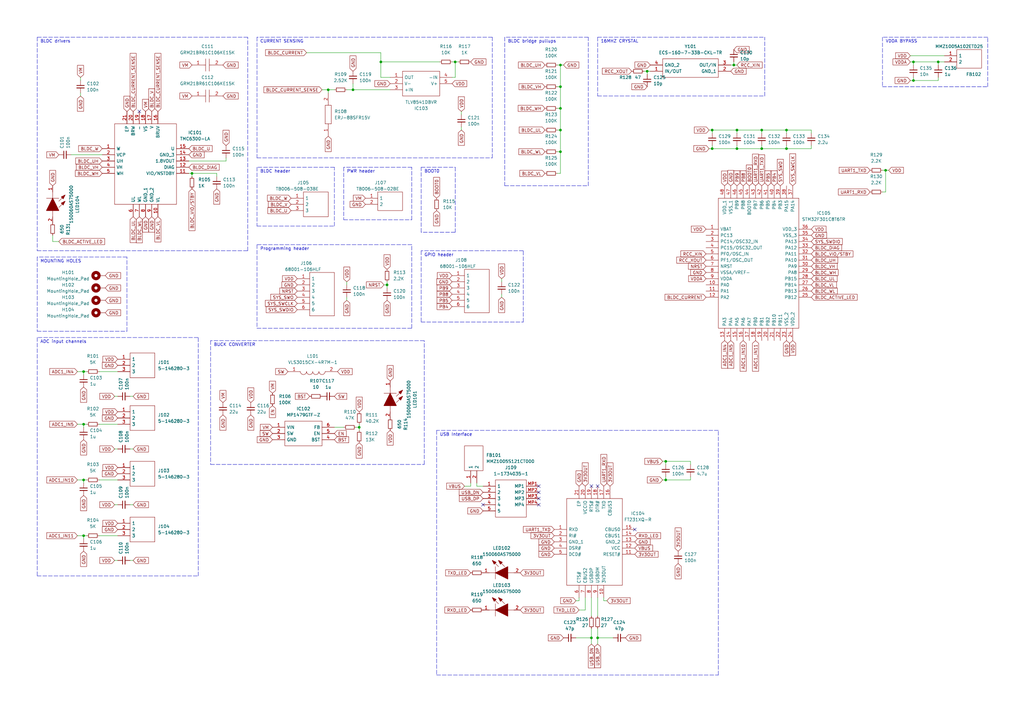
<source format=kicad_sch>
(kicad_sch (version 20211123) (generator eeschema)
  (paper "A3")
  (junction (at 384.81 25.4))
  (junction (at 147.32 175.26))
  (junction (at 322.58 60.96))
  (junction (at 292.1 53.34))
  (junction (at 158.75 116.84))
  (junction (at 374.65 25.4))
  (junction (at 245.11 261.62))
  (junction (at 302.26 53.34))
  (junction (at 229.87 44.45))
  (junction (at 322.58 53.34))
  (junction (at 273.05 189.23))
  (junction (at 134.62 36.83))
  (junction (at 242.57 261.62))
  (junction (at 229.87 26.67))
  (junction (at 229.87 62.23))
  (junction (at 144.78 36.83))
  (junction (at 229.87 35.56))
  (junction (at 312.42 53.34))
  (junction (at 265.43 29.21))
  (junction (at 273.05 196.85))
  (junction (at 312.42 60.96))
  (junction (at 34.29 196.85))
  (junction (at 302.26 60.96))
  (junction (at 34.29 173.99))
  (junction (at 34.29 219.71))
  (junction (at 363.22 69.85))
  (junction (at 374.65 33.02))
  (junction (at 300.99 26.67))
  (junction (at 292.1 60.96))
  (junction (at 156.21 25.4))
  (junction (at 186.69 25.4))
  (junction (at 78.74 71.12))
  (junction (at 34.29 152.4))
  (junction (at 229.87 53.34))
  (no_connect (at 57.15 45.72))
  (no_connect (at 220.98 207.01))
  (no_connect (at 220.98 199.39))
  (no_connect (at 220.98 204.47))
  (no_connect (at 220.98 201.93))
  (no_connect (at 242.57 199.39))
  (no_connect (at 245.11 199.39))
  (no_connect (at 198.12 207.01))
  (no_connect (at 260.35 217.17))
  (wire (pts (xy 292.1 60.96) (xy 302.26 60.96)))
  (wire (pts (xy 237.49 245.11) (xy 237.49 246.38)))
  (wire (pts (xy 92.71 64.77) (xy 92.71 66.04)))
  (wire (pts (xy 198.12 199.39) (xy 195.58 199.39)))
  (wire (pts (xy 361.95 69.85) (xy 363.22 69.85)))
  (polyline (pts (xy 294.64 276.86) (xy 294.64 176.53)))
  (wire (pts (xy 229.87 44.45) (xy 229.87 53.34)))
  (wire (pts (xy 312.42 59.69) (xy 312.42 60.96)))
  (wire (pts (xy 292.1 59.69) (xy 292.1 60.96)))
  (polyline (pts (xy 201.93 64.77) (xy 201.93 15.24)))
  (wire (pts (xy 29.21 63.5) (xy 41.91 63.5)))
  (wire (pts (xy 245.11 261.62) (xy 251.46 261.62)))
  (wire (pts (xy 292.1 53.34) (xy 292.1 54.61)))
  (wire (pts (xy 247.65 245.11) (xy 247.65 246.38)))
  (wire (pts (xy 373.38 25.4) (xy 374.65 25.4)))
  (wire (pts (xy 242.57 245.11) (xy 242.57 252.73)))
  (wire (pts (xy 273.05 196.85) (xy 283.21 196.85)))
  (polyline (pts (xy 294.64 176.53) (xy 179.07 176.53)))
  (wire (pts (xy 46.99 229.87) (xy 48.26 229.87)))
  (wire (pts (xy 237.49 250.19) (xy 240.03 250.19)))
  (polyline (pts (xy 137.16 68.58) (xy 105.41 68.58)))
  (wire (pts (xy 240.03 245.11) (xy 240.03 250.19)))
  (wire (pts (xy 384.81 25.4) (xy 384.81 26.67)))
  (wire (pts (xy 77.47 66.04) (xy 92.71 66.04)))
  (wire (pts (xy 245.11 261.62) (xy 245.11 264.16)))
  (wire (pts (xy 185.42 25.4) (xy 186.69 25.4)))
  (wire (pts (xy 156.21 21.59) (xy 156.21 25.4)))
  (wire (pts (xy 53.34 207.01) (xy 54.61 207.01)))
  (polyline (pts (xy 405.13 35.56) (xy 405.13 15.24)))
  (wire (pts (xy 185.42 31.75) (xy 186.69 31.75)))
  (polyline (pts (xy 172.72 132.08) (xy 214.63 132.08)))
  (polyline (pts (xy 140.97 68.58) (xy 140.97 90.17)))
  (polyline (pts (xy 207.01 15.24) (xy 207.01 76.2)))
  (wire (pts (xy 33.02 38.1) (xy 33.02 39.37)))
  (wire (pts (xy 265.43 29.21) (xy 266.7 29.21)))
  (polyline (pts (xy 168.91 134.62) (xy 168.91 100.33)))
  (wire (pts (xy 144.78 34.29) (xy 144.78 36.83)))
  (wire (pts (xy 363.22 69.85) (xy 364.49 69.85)))
  (wire (pts (xy 144.78 36.83) (xy 160.02 36.83)))
  (polyline (pts (xy 52.07 135.89) (xy 52.07 105.41)))
  (wire (pts (xy 125.73 21.59) (xy 156.21 21.59)))
  (wire (pts (xy 34.29 198.12) (xy 34.29 196.85)))
  (polyline (pts (xy 137.16 92.71) (xy 137.16 68.58)))
  (polyline (pts (xy 86.36 190.5) (xy 173.99 190.5)))
  (wire (pts (xy 157.48 116.84) (xy 158.75 116.84)))
  (wire (pts (xy 292.1 53.34) (xy 302.26 53.34)))
  (wire (pts (xy 242.57 257.81) (xy 242.57 261.62)))
  (wire (pts (xy 374.65 31.75) (xy 374.65 33.02)))
  (wire (pts (xy 189.23 52.07) (xy 189.23 53.34)))
  (polyline (pts (xy 86.36 139.7) (xy 86.36 190.5)))
  (wire (pts (xy 290.83 53.34) (xy 292.1 53.34)))
  (wire (pts (xy 228.6 53.34) (xy 229.87 53.34)))
  (wire (pts (xy 40.64 152.4) (xy 48.26 152.4)))
  (wire (pts (xy 31.75 173.99) (xy 34.29 173.99)))
  (wire (pts (xy 33.02 31.75) (xy 33.02 33.02)))
  (polyline (pts (xy 81.28 138.43) (xy 15.24 138.43)))
  (wire (pts (xy 156.21 31.75) (xy 160.02 31.75)))
  (wire (pts (xy 137.16 175.26) (xy 140.97 175.26)))
  (wire (pts (xy 299.72 26.67) (xy 300.99 26.67)))
  (wire (pts (xy 384.81 31.75) (xy 384.81 33.02)))
  (wire (pts (xy 229.87 53.34) (xy 229.87 62.23)))
  (wire (pts (xy 283.21 190.5) (xy 283.21 189.23)))
  (wire (pts (xy 134.62 36.83) (xy 137.16 36.83)))
  (wire (pts (xy 312.42 53.34) (xy 322.58 53.34)))
  (wire (pts (xy 229.87 26.67) (xy 229.87 35.56)))
  (wire (pts (xy 236.22 246.38) (xy 237.49 246.38)))
  (wire (pts (xy 205.74 120.65) (xy 205.74 121.92)))
  (polyline (pts (xy 172.72 95.25) (xy 172.72 68.58)))
  (polyline (pts (xy 405.13 15.24) (xy 361.95 15.24)))
  (polyline (pts (xy 52.07 105.41) (xy 15.24 105.41)))
  (polyline (pts (xy 361.95 35.56) (xy 405.13 35.56)))
  (wire (pts (xy 190.5 199.39) (xy 193.04 199.39)))
  (polyline (pts (xy 105.41 100.33) (xy 105.41 134.62)))
  (wire (pts (xy 373.38 33.02) (xy 374.65 33.02)))
  (wire (pts (xy 34.29 153.67) (xy 34.29 152.4)))
  (wire (pts (xy 142.24 121.92) (xy 142.24 123.19)))
  (wire (pts (xy 195.58 198.12) (xy 195.58 199.39)))
  (wire (pts (xy 271.78 196.85) (xy 273.05 196.85)))
  (wire (pts (xy 374.65 33.02) (xy 384.81 33.02)))
  (polyline (pts (xy 168.91 100.33) (xy 105.41 100.33)))
  (polyline (pts (xy 105.41 68.58) (xy 105.41 92.71)))
  (polyline (pts (xy 245.11 39.37) (xy 313.69 39.37)))
  (wire (pts (xy 186.69 25.4) (xy 187.96 25.4)))
  (polyline (pts (xy 15.24 236.22) (xy 81.28 236.22)))
  (wire (pts (xy 189.23 45.72) (xy 189.23 46.99)))
  (polyline (pts (xy 214.63 132.08) (xy 214.63 102.87)))
  (wire (pts (xy 247.65 246.38) (xy 248.92 246.38)))
  (wire (pts (xy 363.22 69.85) (xy 363.22 78.74)))
  (wire (pts (xy 53.34 162.56) (xy 54.61 162.56)))
  (wire (pts (xy 300.99 26.67) (xy 302.26 26.67)))
  (wire (pts (xy 312.42 53.34) (xy 312.42 54.61)))
  (wire (pts (xy 46.99 207.01) (xy 48.26 207.01)))
  (wire (pts (xy 384.81 25.4) (xy 374.65 25.4)))
  (wire (pts (xy 156.21 25.4) (xy 180.34 25.4)))
  (polyline (pts (xy 245.11 15.24) (xy 313.69 15.24)))
  (polyline (pts (xy 214.63 102.87) (xy 172.72 102.87)))
  (wire (pts (xy 229.87 26.67) (xy 231.14 26.67)))
  (polyline (pts (xy 245.11 15.24) (xy 245.11 39.37)))
  (polyline (pts (xy 173.99 190.5) (xy 173.99 139.7)))
  (wire (pts (xy 228.6 62.23) (xy 229.87 62.23)))
  (wire (pts (xy 46.99 162.56) (xy 48.26 162.56)))
  (polyline (pts (xy 241.3 15.24) (xy 207.01 15.24)))
  (wire (pts (xy 322.58 53.34) (xy 322.58 54.61)))
  (wire (pts (xy 273.05 195.58) (xy 273.05 196.85)))
  (wire (pts (xy 40.64 173.99) (xy 48.26 173.99)))
  (wire (pts (xy 77.47 71.12) (xy 78.74 71.12)))
  (polyline (pts (xy 361.95 15.24) (xy 361.95 35.56)))
  (wire (pts (xy 300.99 25.4) (xy 300.99 26.67)))
  (wire (pts (xy 40.64 219.71) (xy 48.26 219.71)))
  (wire (pts (xy 147.32 175.26) (xy 147.32 176.53)))
  (wire (pts (xy 31.75 219.71) (xy 34.29 219.71)))
  (wire (pts (xy 134.62 36.83) (xy 134.62 38.1)))
  (polyline (pts (xy 172.72 102.87) (xy 172.72 132.08)))
  (wire (pts (xy 31.75 152.4) (xy 34.29 152.4)))
  (wire (pts (xy 229.87 35.56) (xy 229.87 44.45)))
  (polyline (pts (xy 15.24 102.87) (xy 101.6 102.87)))
  (wire (pts (xy 34.29 175.26) (xy 34.29 173.99)))
  (wire (pts (xy 228.6 44.45) (xy 229.87 44.45)))
  (wire (pts (xy 147.32 173.99) (xy 147.32 175.26)))
  (polyline (pts (xy 81.28 236.22) (xy 81.28 138.43)))
  (wire (pts (xy 374.65 25.4) (xy 374.65 26.67)))
  (wire (pts (xy 290.83 60.96) (xy 292.1 60.96)))
  (wire (pts (xy 40.64 196.85) (xy 48.26 196.85)))
  (wire (pts (xy 322.58 59.69) (xy 322.58 60.96)))
  (polyline (pts (xy 105.41 64.77) (xy 201.93 64.77)))
  (wire (pts (xy 142.24 115.57) (xy 142.24 116.84)))
  (wire (pts (xy 273.05 189.23) (xy 283.21 189.23)))
  (wire (pts (xy 158.75 116.84) (xy 158.75 118.11)))
  (wire (pts (xy 34.29 173.99) (xy 35.56 173.99)))
  (wire (pts (xy 302.26 60.96) (xy 312.42 60.96)))
  (wire (pts (xy 245.11 245.11) (xy 245.11 252.73)))
  (polyline (pts (xy 179.07 276.86) (xy 294.64 276.86)))
  (wire (pts (xy 228.6 71.12) (xy 229.87 71.12)))
  (wire (pts (xy 264.16 29.21) (xy 265.43 29.21)))
  (polyline (pts (xy 173.99 139.7) (xy 86.36 139.7)))
  (wire (pts (xy 156.21 25.4) (xy 156.21 31.75)))
  (polyline (pts (xy 201.93 15.24) (xy 105.41 15.24)))
  (wire (pts (xy 132.08 36.83) (xy 134.62 36.83)))
  (polyline (pts (xy 140.97 90.17) (xy 168.91 90.17)))
  (polyline (pts (xy 15.24 135.89) (xy 52.07 135.89)))
  (polyline (pts (xy 207.01 76.2) (xy 241.3 76.2)))
  (polyline (pts (xy 172.72 68.58) (xy 186.69 68.58)))
  (wire (pts (xy 302.26 53.34) (xy 302.26 54.61)))
  (polyline (pts (xy 15.24 105.41) (xy 15.24 135.89)))
  (wire (pts (xy 46.99 184.15) (xy 48.26 184.15)))
  (wire (pts (xy 88.9 71.12) (xy 88.9 72.39)))
  (polyline (pts (xy 241.3 76.2) (xy 241.3 15.24)))
  (polyline (pts (xy 313.69 39.37) (xy 313.69 15.24)))
  (polyline (pts (xy 168.91 90.17) (xy 168.91 68.58)))
  (wire (pts (xy 53.34 184.15) (xy 54.61 184.15)))
  (wire (pts (xy 322.58 60.96) (xy 332.74 60.96)))
  (wire (pts (xy 229.87 62.23) (xy 229.87 71.12)))
  (wire (pts (xy 34.29 196.85) (xy 35.56 196.85)))
  (wire (pts (xy 34.29 219.71) (xy 35.56 219.71)))
  (wire (pts (xy 242.57 261.62) (xy 242.57 264.16)))
  (wire (pts (xy 302.26 59.69) (xy 302.26 60.96)))
  (polyline (pts (xy 101.6 102.87) (xy 101.6 15.24)))
  (wire (pts (xy 332.74 59.69) (xy 332.74 60.96)))
  (wire (pts (xy 312.42 60.96) (xy 322.58 60.96)))
  (polyline (pts (xy 105.41 15.24) (xy 105.41 64.77)))
  (polyline (pts (xy 168.91 68.58) (xy 140.97 68.58)))
  (wire (pts (xy 78.74 71.12) (xy 78.74 72.39)))
  (wire (pts (xy 322.58 53.34) (xy 332.74 53.34)))
  (wire (pts (xy 34.29 152.4) (xy 35.56 152.4)))
  (wire (pts (xy 228.6 35.56) (xy 229.87 35.56)))
  (wire (pts (xy 373.38 22.86) (xy 387.35 22.86)))
  (wire (pts (xy 186.69 31.75) (xy 186.69 25.4)))
  (wire (pts (xy 387.35 25.4) (xy 384.81 25.4)))
  (polyline (pts (xy 179.07 176.53) (xy 179.07 276.86)))
  (polyline (pts (xy 105.41 134.62) (xy 168.91 134.62)))
  (wire (pts (xy 361.95 78.74) (xy 363.22 78.74)))
  (wire (pts (xy 265.43 29.21) (xy 265.43 30.48)))
  (polyline (pts (xy 105.41 92.71) (xy 137.16 92.71)))
  (wire (pts (xy 146.05 175.26) (xy 147.32 175.26)))
  (wire (pts (xy 245.11 257.81) (xy 245.11 261.62)))
  (wire (pts (xy 21.59 99.06) (xy 24.13 99.06)))
  (wire (pts (xy 236.22 261.62) (xy 242.57 261.62)))
  (wire (pts (xy 142.24 36.83) (xy 144.78 36.83)))
  (wire (pts (xy 271.78 189.23) (xy 273.05 189.23)))
  (polyline (pts (xy 15.24 138.43) (xy 15.24 236.22)))
  (wire (pts (xy 228.6 26.67) (xy 229.87 26.67)))
  (wire (pts (xy 302.26 53.34) (xy 312.42 53.34)))
  (wire (pts (xy 332.74 54.61) (xy 332.74 53.34)))
  (wire (pts (xy 31.75 196.85) (xy 34.29 196.85)))
  (polyline (pts (xy 101.6 15.24) (xy 15.24 15.24)))
  (polyline (pts (xy 15.24 15.24) (xy 15.24 102.87)))
  (polyline (pts (xy 186.69 95.25) (xy 172.72 95.25)))
  (wire (pts (xy 193.04 198.12) (xy 193.04 199.39)))
  (wire (pts (xy 158.75 115.57) (xy 158.75 116.84)))
  (wire (pts (xy 34.29 220.98) (xy 34.29 219.71)))
  (polyline (pts (xy 186.69 68.58) (xy 186.69 95.25)))
  (wire (pts (xy 283.21 195.58) (xy 283.21 196.85)))
  (wire (pts (xy 21.59 96.52) (xy 21.59 99.06)))
  (wire (pts (xy 78.74 71.12) (xy 88.9 71.12)))
  (wire (pts (xy 273.05 189.23) (xy 273.05 190.5)))
  (wire (pts (xy 205.74 114.3) (xy 205.74 115.57)))
  (wire (pts (xy 53.34 229.87) (xy 54.61 229.87)))
  (text "BLDC header" (at 106.68 71.12 0) (effects (font (size 1.27 1.27)) (justify left bottom)))
  (text "PWR header" (at 142.24 71.12 0) (effects (font (size 1.27 1.27)) (justify left bottom)))
  (text "BLDC bridge pullups" (at 208.28 17.78 0) (effects (font (size 1.27 1.27)) (justify left bottom)))
  (text "Programming header" (at 106.68 102.87 0) (effects (font (size 1.27 1.27)) (justify left bottom)))
  (text "GPIO header" (at 173.99 105.41 0) (effects (font (size 1.27 1.27)) (justify left bottom)))
  (text "BOOT0" (at 173.99 71.12 0) (effects (font (size 1.27 1.27)) (justify left bottom)))
  (text "ADC input channels" (at 16.51 140.97 0) (effects (font (size 1.27 1.27)) (justify left bottom)))
  (text "16MHZ CRYSTAL" (at 246.38 17.78 0) (effects (font (size 1.27 1.27)) (justify left bottom)))
  (text "CURRENT SENSING" (at 106.68 17.78 0) (effects (font (size 1.27 1.27)) (justify left bottom)))
  (text "BUCK CONVERTER" (at 87.63 142.24 0) (effects (font (size 1.27 1.27)) (justify left bottom)))
  (text "BLDC drivers" (at 16.51 17.78 0) (effects (font (size 1.27 1.27)) (justify left bottom)))
  (text "VDDA BYPASS" (at 363.22 17.78 0) (effects (font (size 1.27 1.27)) (justify left bottom)))
  (text "MOUNTING HOLES" (at 16.51 107.95 0) (effects (font (size 1.27 1.27)) (justify left bottom)))
  (text "USB Interface" (at 180.34 179.07 0) (effects (font (size 1.27 1.27)) (justify left bottom)))
  (global_label "VDD" (shape input) (at 373.38 22.86 180) (property "Intersheet References" "${INTERSHEET_REFS}" (effects hide)))
  (global_label "SW" (shape input) (at 137.16 162.56 0) (property "Intersheet References" "${INTERSHEET_REFS}" (effects hide)))
  (global_label "GND" (shape input) (at 160.02 156.21 90) (property "Intersheet References" "${INTERSHEET_REFS}" (effects hide)))
  (global_label "GND" (shape input) (at 34.29 158.75 270) (property "Intersheet References" "${INTERSHEET_REFS}" (effects hide)))
  (global_label "GND" (shape input) (at 198.12 209.55 180) (property "Intersheet References" "${INTERSHEET_REFS}" (effects hide)))
  (global_label "GND" (shape input) (at 54.61 162.56 0) (property "Intersheet References" "${INTERSHEET_REFS}" (effects hide)))
  (global_label "BLDC_WH" (shape input) (at 332.74 111.76 0) (property "Intersheet References" "${INTERSHEET_REFS}" (effects hide)))
  (global_label "VDD" (shape input) (at 289.56 93.98 180) (property "Intersheet References" "${INTERSHEET_REFS}" (effects hide)))
  (global_label "USB_DN" (shape input) (at 242.57 264.16 270) (property "Intersheet References" "${INTERSHEET_REFS}" (effects hide)))
  (global_label "BLDC_WH" (shape input) (at 41.91 71.12 180) (property "Intersheet References" "${INTERSHEET_REFS}" (effects hide)))
  (global_label "BLDC_CURRENT" (shape input) (at 289.56 121.92 180) (property "Intersheet References" "${INTERSHEET_REFS}" (effects hide)))
  (global_label "VBUS" (shape input) (at 271.78 189.23 180) (property "Intersheet References" "${INTERSHEET_REFS}" (effects hide)))
  (global_label "GND" (shape input) (at 300.99 20.32 0) (property "Intersheet References" "${INTERSHEET_REFS}" (effects hide)))
  (global_label "VDD" (shape input) (at 189.23 45.72 90) (property "Intersheet References" "${INTERSHEET_REFS}" (effects hide)))
  (global_label "GND" (shape input) (at 48.26 194.31 180) (property "Intersheet References" "${INTERSHEET_REFS}" (effects hide)))
  (global_label "GND" (shape input) (at 34.29 226.06 270) (property "Intersheet References" "${INTERSHEET_REFS}" (effects hide)))
  (global_label "VM" (shape input) (at 33.02 31.75 90) (property "Intersheet References" "${INTERSHEET_REFS}" (effects hide)))
  (global_label "TXD_LED" (shape input) (at 237.49 250.19 180) (property "Intersheet References" "${INTERSHEET_REFS}" (effects hide)))
  (global_label "GND" (shape input) (at 227.33 222.25 180) (property "Intersheet References" "${INTERSHEET_REFS}" (effects hide)))
  (global_label "GND" (shape input) (at 289.56 111.76 180) (property "Intersheet References" "${INTERSHEET_REFS}" (effects hide)))
  (global_label "SYS_SWDIO" (shape input) (at 121.92 127 180) (property "Intersheet References" "${INTERSHEET_REFS}" (effects hide)))
  (global_label "ADC1_IN5" (shape input) (at 31.75 173.99 180) (property "Intersheet References" "${INTERSHEET_REFS}" (effects hide)))
  (global_label "NRST" (shape input) (at 157.48 116.84 180) (property "Intersheet References" "${INTERSHEET_REFS}" (effects hide)))
  (global_label "GND" (shape input) (at 149.86 83.82 180) (property "Intersheet References" "${INTERSHEET_REFS}" (effects hide)))
  (global_label "GND" (shape input) (at 43.18 118.11 0) (property "Intersheet References" "${INTERSHEET_REFS}" (effects hide)))
  (global_label "VBUS" (shape input) (at 260.35 224.79 0) (property "Intersheet References" "${INTERSHEET_REFS}" (effects hide)))
  (global_label "BLDC_VIO{slash}STBY" (shape input) (at 332.74 104.14 0) (property "Intersheet References" "${INTERSHEET_REFS}" (effects hide)))
  (global_label "GND" (shape input) (at 373.38 33.02 180) (property "Intersheet References" "${INTERSHEET_REFS}" (effects hide)))
  (global_label "GND" (shape input) (at 43.18 128.27 0) (property "Intersheet References" "${INTERSHEET_REFS}" (effects hide)))
  (global_label "BLDC_WL" (shape input) (at 223.52 62.23 180) (property "Intersheet References" "${INTERSHEET_REFS}" (effects hide)))
  (global_label "VDD" (shape input) (at 325.12 139.7 270) (property "Intersheet References" "${INTERSHEET_REFS}" (effects hide)))
  (global_label "GND" (shape input) (at 102.87 170.18 270) (property "Intersheet References" "${INTERSHEET_REFS}" (effects hide)))
  (global_label "SW" (shape input) (at 118.11 152.4 180) (property "Intersheet References" "${INTERSHEET_REFS}" (effects hide)))
  (global_label "GND" (shape input) (at 332.74 96.52 0) (property "Intersheet References" "${INTERSHEET_REFS}" (effects hide)))
  (global_label "VDD" (shape input) (at 48.26 168.91 180) (property "Intersheet References" "${INTERSHEET_REFS}" (effects hide)))
  (global_label "3V3OUT" (shape input) (at 278.13 226.06 90) (property "Intersheet References" "${INTERSHEET_REFS}" (effects hide)))
  (global_label "GND" (shape input) (at 34.29 180.34 270) (property "Intersheet References" "${INTERSHEET_REFS}" (effects hide)))
  (global_label "BLDC_VH" (shape input) (at 223.52 35.56 180) (property "Intersheet References" "${INTERSHEET_REFS}" (effects hide)))
  (global_label "SYS_SWCLK" (shape input) (at 325.12 76.2 90) (property "Intersheet References" "${INTERSHEET_REFS}" (effects hide)))
  (global_label "GND" (shape input) (at 256.54 261.62 0) (property "Intersheet References" "${INTERSHEET_REFS}" (effects hide)))
  (global_label "ADC1_IN4" (shape input) (at 31.75 152.4 180) (property "Intersheet References" "${INTERSHEET_REFS}" (effects hide)))
  (global_label "UART1_RXD" (shape input) (at 247.65 199.39 90) (property "Intersheet References" "${INTERSHEET_REFS}" (effects hide)))
  (global_label "BLDC_VIO{slash}STBY" (shape input) (at 78.74 77.47 270) (property "Intersheet References" "${INTERSHEET_REFS}" (effects hide)))
  (global_label "RXD_LED" (shape input) (at 193.04 250.19 180) (property "Intersheet References" "${INTERSHEET_REFS}" (effects hide)))
  (global_label "3V3OUT" (shape input) (at 213.36 250.19 0) (property "Intersheet References" "${INTERSHEET_REFS}" (effects hide)))
  (global_label "ADC1_IN10" (shape input) (at 304.8 139.7 270) (property "Intersheet References" "${INTERSHEET_REFS}" (effects hide)))
  (global_label "BLDC_DIAG" (shape input) (at 77.47 68.58 0) (property "Intersheet References" "${INTERSHEET_REFS}" (effects hide)))
  (global_label "GND" (shape input) (at 237.49 199.39 90) (property "Intersheet References" "${INTERSHEET_REFS}" (effects hide)))
  (global_label "VDD" (shape input) (at 46.99 207.01 180) (property "Intersheet References" "${INTERSHEET_REFS}" (effects hide)))
  (global_label "GND" (shape input) (at 92.71 59.69 90) (property "Intersheet References" "${INTERSHEET_REFS}" (effects hide)))
  (global_label "PB8" (shape input) (at 304.8 76.2 90) (property "Intersheet References" "${INTERSHEET_REFS}" (effects hide)))
  (global_label "BLDC_WL" (shape input) (at 57.15 88.9 270) (property "Intersheet References" "${INTERSHEET_REFS}" (effects hide)))
  (global_label "GND" (shape input) (at 77.47 63.5 0) (property "Intersheet References" "${INTERSHEET_REFS}" (effects hide)))
  (global_label "GND" (shape input) (at 322.58 139.7 270) (property "Intersheet References" "${INTERSHEET_REFS}" (effects hide)))
  (global_label "GND" (shape input) (at 185.42 115.57 180) (property "Intersheet References" "${INTERSHEET_REFS}" (effects hide)))
  (global_label "3V3OUT" (shape input) (at 250.19 199.39 90) (property "Intersheet References" "${INTERSHEET_REFS}" (effects hide)))
  (global_label "PB9" (shape input) (at 302.26 76.2 90) (property "Intersheet References" "${INTERSHEET_REFS}" (effects hide)))
  (global_label "BLDC_V" (shape input) (at 62.23 45.72 90) (property "Intersheet References" "${INTERSHEET_REFS}" (effects hide)))
  (global_label "PB4" (shape input) (at 185.42 125.73 180) (property "Intersheet References" "${INTERSHEET_REFS}" (effects hide)))
  (global_label "TXD_LED" (shape input) (at 193.04 234.95 180) (property "Intersheet References" "${INTERSHEET_REFS}" (effects hide)))
  (global_label "NRST" (shape input) (at 121.92 119.38 180) (property "Intersheet References" "${INTERSHEET_REFS}" (effects hide)))
  (global_label "GND" (shape input) (at 147.32 181.61 270) (property "Intersheet References" "${INTERSHEET_REFS}" (effects hide)))
  (global_label "BLDC_ACTIVE_LED" (shape input) (at 24.13 99.06 0) (property "Intersheet References" "${INTERSHEET_REFS}" (effects hide)))
  (global_label "GND" (shape input) (at 144.78 29.21 90) (property "Intersheet References" "${INTERSHEET_REFS}" (effects hide)))
  (global_label "VDD" (shape input) (at 102.87 165.1 90) (property "Intersheet References" "${INTERSHEET_REFS}" (effects hide)))
  (global_label "GND" (shape input) (at 142.24 123.19 270) (property "Intersheet References" "${INTERSHEET_REFS}" (effects hide)))
  (global_label "GND" (shape input) (at 43.18 123.19 0) (property "Intersheet References" "${INTERSHEET_REFS}" (effects hide)))
  (global_label "VDD" (shape input) (at 158.75 110.49 90) (property "Intersheet References" "${INTERSHEET_REFS}" (effects hide)))
  (global_label "VDD" (shape input) (at 185.42 34.29 0) (property "Intersheet References" "${INTERSHEET_REFS}" (effects hide)))
  (global_label "GND" (shape input) (at 34.29 203.2 270) (property "Intersheet References" "${INTERSHEET_REFS}" (effects hide)))
  (global_label "GND" (shape input) (at 290.83 60.96 180) (property "Intersheet References" "${INTERSHEET_REFS}" (effects hide)))
  (global_label "BLDC_WL" (shape input) (at 332.74 119.38 0) (property "Intersheet References" "${INTERSHEET_REFS}" (effects hide)))
  (global_label "GND" (shape input) (at 193.04 25.4 0) (property "Intersheet References" "${INTERSHEET_REFS}" (effects hide)))
  (global_label "PB9" (shape input) (at 185.42 118.11 180) (property "Intersheet References" "${INTERSHEET_REFS}" (effects hide)))
  (global_label "BST" (shape input) (at 127 162.56 180) (property "Intersheet References" "${INTERSHEET_REFS}" (effects hide)))
  (global_label "3V3OUT" (shape input) (at 213.36 234.95 0) (property "Intersheet References" "${INTERSHEET_REFS}" (effects hide)))
  (global_label "VDD" (shape input) (at 160.02 176.53 270) (property "Intersheet References" "${INTERSHEET_REFS}" (effects hide)))
  (global_label "ADC1_IN11" (shape input) (at 309.88 139.7 270) (property "Intersheet References" "${INTERSHEET_REFS}" (effects hide)))
  (global_label "GND" (shape input) (at 91.44 170.18 270) (property "Intersheet References" "${INTERSHEET_REFS}" (effects hide)))
  (global_label "UART1_TXD" (shape input) (at 312.42 76.2 90) (property "Intersheet References" "${INTERSHEET_REFS}" (effects hide)))
  (global_label "SYS_SWO" (shape input) (at 121.92 121.92 180) (property "Intersheet References" "${INTERSHEET_REFS}" (effects hide)))
  (global_label "ADC1_IN10" (shape input) (at 31.75 196.85 180) (property "Intersheet References" "${INTERSHEET_REFS}" (effects hide)))
  (global_label "BLDC_CURRENT_SENSE" (shape input) (at 132.08 36.83 180) (property "Intersheet References" "${INTERSHEET_REFS}" (effects hide)))
  (global_label "VDDA" (shape input) (at 289.56 114.3 180) (property "Intersheet References" "${INTERSHEET_REFS}" (effects hide)))
  (global_label "GND" (shape input) (at 91.44 26.67 0) (property "Intersheet References" "${INTERSHEET_REFS}" (effects hide)))
  (global_label "GND" (shape input) (at 43.18 113.03 0) (property "Intersheet References" "${INTERSHEET_REFS}" (effects hide)))
  (global_label "VM" (shape input) (at 78.74 39.37 180) (property "Intersheet References" "${INTERSHEET_REFS}" (effects hide)))
  (global_label "GND" (shape input) (at 160.02 34.29 180) (property "Intersheet References" "${INTERSHEET_REFS}" (effects hide)))
  (global_label "GND" (shape input) (at 231.14 26.67 0) (property "Intersheet References" "${INTERSHEET_REFS}" (effects hide)))
  (global_label "ADC1_IN11" (shape input) (at 31.75 219.71 180) (property "Intersheet References" "${INTERSHEET_REFS}" (effects hide)))
  (global_label "BLDC_CURRENT_SENSE" (shape input) (at 54.61 45.72 90) (property "Intersheet References" "${INTERSHEET_REFS}" (effects hide)))
  (global_label "GND" (shape input) (at 227.33 227.33 180) (property "Intersheet References" "${INTERSHEET_REFS}" (effects hide)))
  (global_label "ADC1_IN4" (shape input) (at 297.18 139.7 270) (property "Intersheet References" "${INTERSHEET_REFS}" (effects hide)))
  (global_label "BLDC_VH" (shape input) (at 332.74 109.22 0) (property "Intersheet References" "${INTERSHEET_REFS}" (effects hide)))
  (global_label "BLDC_W" (shape input) (at 41.91 60.96 180) (property "Intersheet References" "${INTERSHEET_REFS}" (effects hide)))
  (global_label "GND" (shape input) (at 54.61 229.87 0) (property "Intersheet References" "${INTERSHEET_REFS}" (effects hide)))
  (global_label "GND" (shape input) (at 205.74 121.92 270) (property "Intersheet References" "${INTERSHEET_REFS}" (effects hide)))
  (global_label "BLDC_V" (shape input) (at 119.38 83.82 180) (property "Intersheet References" "${INTERSHEET_REFS}" (effects hide)))
  (global_label "RCC_XOUT" (shape input) (at 259.08 29.21 180) (property "Intersheet References" "${INTERSHEET_REFS}" (effects hide)))
  (global_label "GND" (shape input) (at 111.76 180.34 180) (property "Intersheet References" "${INTERSHEET_REFS}" (effects hide)))
  (global_label "GND" (shape input) (at 59.69 88.9 270) (property "Intersheet References" "${INTERSHEET_REFS}" (effects hide)))
  (global_label "3V3OUT" (shape input) (at 240.03 199.39 90) (property "Intersheet References" "${INTERSHEET_REFS}" (effects hide)))
  (global_label "VDD" (shape input) (at 46.99 162.56 180) (property "Intersheet References" "${INTERSHEET_REFS}" (effects hide)))
  (global_label "VDD" (shape input) (at 142.24 115.57 90) (property "Intersheet References" "${INTERSHEET_REFS}" (effects hide)))
  (global_label "SYS_SWDIO" (shape input) (at 332.74 99.06 0) (property "Intersheet References" "${INTERSHEET_REFS}" (effects hide)))
  (global_label "BOOT0" (shape input) (at 179.07 81.28 90) (property "Intersheet References" "${INTERSHEET_REFS}" (effects hide)))
  (global_label "BLDC_UL" (shape input) (at 54.61 88.9 270) (property "Intersheet References" "${INTERSHEET_REFS}" (effects hide)))
  (global_label "VDD" (shape input) (at 121.92 114.3 180) (property "Intersheet References" "${INTERSHEET_REFS}" (effects hide)))
  (global_label "VDD" (shape input) (at 48.26 214.63 180) (property "Intersheet References" "${INTERSHEET_REFS}" (effects hide)))
  (global_label "BLDC_VL" (shape input) (at 223.52 71.12 180) (property "Intersheet References" "${INTERSHEET_REFS}" (effects hide)))
  (global_label "GND" (shape input) (at 121.92 116.84 180) (property "Intersheet References" "${INTERSHEET_REFS}" (effects hide)))
  (global_label "BLDC_UL" (shape input) (at 223.52 53.34 180) (property "Intersheet References" "${INTERSHEET_REFS}" (effects hide)))
  (global_label "GND" (shape input) (at 299.72 29.21 0) (property "Intersheet References" "${INTERSHEET_REFS}" (effects hide)))
  (global_label "VM" (shape input) (at 111.76 175.26 180) (property "Intersheet References" "${INTERSHEET_REFS}" (effects hide)))
  (global_label "RCC_XIN" (shape input) (at 289.56 104.14 180) (property "Intersheet References" "${INTERSHEET_REFS}" (effects hide)))
  (global_label "VDD" (shape input) (at 364.49 69.85 0) (property "Intersheet References" "${INTERSHEET_REFS}" (effects hide)))
  (global_label "VDD" (shape input) (at 185.42 113.03 180) (property "Intersheet References" "${INTERSHEET_REFS}" (effects hide)))
  (global_label "VDD" (shape input) (at 138.43 152.4 0) (property "Intersheet References" "${INTERSHEET_REFS}" (effects hide)))
  (global_label "GND" (shape input) (at 134.62 55.88 270) (property "Intersheet References" "${INTERSHEET_REFS}" (effects hide)))
  (global_label "SW" (shape input) (at 111.76 177.8 180) (property "Intersheet References" "${INTERSHEET_REFS}" (effects hide)))
  (global_label "GND" (shape input) (at 236.22 246.38 180) (property "Intersheet References" "${INTERSHEET_REFS}" (effects hide)))
  (global_label "BST" (shape input) (at 137.16 180.34 0) (property "Intersheet References" "${INTERSHEET_REFS}" (effects hide)))
  (global_label "PB8" (shape input) (at 185.42 120.65 180) (property "Intersheet References" "${INTERSHEET_REFS}" (effects hide)))
  (global_label "GND" (shape input) (at 54.61 184.15 0) (property "Intersheet References" "${INTERSHEET_REFS}" (effects hide)))
  (global_label "GND" (shape input) (at 271.78 196.85 180) (property "Intersheet References" "${INTERSHEET_REFS}" (effects hide)))
  (global_label "RXD_LED" (shape input) (at 260.35 219.71 0) (property "Intersheet References" "${INTERSHEET_REFS}" (effects hide)))
  (global_label "EN" (shape input) (at 137.16 177.8 0) (property "Intersheet References" "${INTERSHEET_REFS}" (effects hide)))
  (global_label "VDD" (shape input) (at 332.74 93.98 0) (property "Intersheet References" "${INTERSHEET_REFS}" (effects hide)))
  (global_label "BLDC_W" (shape input) (at 119.38 81.28 180) (property "Intersheet References" "${INTERSHEET_REFS}" (effects hide)))
  (global_label "VDD" (shape input) (at 290.83 53.34 180) (property "Intersheet References" "${INTERSHEET_REFS}" (effects hide)))
  (global_label "GND" (shape input) (at 48.26 217.17 180) (property "Intersheet References" "${INTERSHEET_REFS}" (effects hide)))
  (global_label "GND" (shape input) (at 266.7 26.67 180) (property "Intersheet References" "${INTERSHEET_REFS}" (effects hide)))
  (global_label "BLDC_CURRENT_SENSE" (shape input) (at 64.77 45.72 90) (property "Intersheet References" "${INTERSHEET_REFS}" (effects hide)))
  (global_label "GND" (shape input) (at 158.75 123.19 270) (property "Intersheet References" "${INTERSHEET_REFS}" (effects hide)))
  (global_label "VM" (shape input) (at 59.69 45.72 90) (property "Intersheet References" "${INTERSHEET_REFS}" (effects hide)))
  (global_label "BLDC_DIAG" (shape input) (at 332.74 101.6 0) (property "Intersheet References" "${INTERSHEET_REFS}" (effects hide)))
  (global_label "VM" (shape input) (at 111.76 161.29 90) (property "Intersheet References" "${INTERSHEET_REFS}" (effects hide)))
  (global_label "BLDC_WH" (shape input) (at 223.52 44.45 180) (property "Intersheet References" "${INTERSHEET_REFS}" (effects hide)))
  (global_label "BLDC_CURRENT" (shape input) (at 125.73 21.59 180) (property "Intersheet References" "${INTERSHEET_REFS}" (effects hide)))
  (global_label "EN" (shape input) (at 111.76 166.37 270) (property "Intersheet References" "${INTERSHEET_REFS}" (effects hide)))
  (global_label "USB_DN" (shape input) (at 198.12 201.93 180) (property "Intersheet References" "${INTERSHEET_REFS}" (effects hide)))
  (global_label "PB5" (shape input) (at 185.42 123.19 180) (property "Intersheet References" "${INTERSHEET_REFS}" (effects hide)))
  (global_label "BLDC_UH" (shape input) (at 332.74 106.68 0) (property "Intersheet References" "${INTERSHEET_REFS}" (effects hide)))
  (global_label "3V3OUT" (shape input) (at 260.35 227.33 0) (property "Intersheet References" "${INTERSHEET_REFS}" (effects hide)))
  (global_label "VBUS" (shape input) (at 190.5 199.39 180) (property "Intersheet References" "${INTERSHEET_REFS}" (effects hide)))
  (global_label "VDDA" (shape input) (at 373.38 25.4 180) (property "Intersheet References" "${INTERSHEET_REFS}" (effects hide)))
  (global_label "GND" (shape input) (at 189.23 53.34 270) (property "Intersheet References" "${INTERSHEET_REFS}" (effects hide)))
  (global_label "SYS_SWCLK" (shape input) (at 121.92 124.46 180) (property "Intersheet References" "${INTERSHEET_REFS}" (effects hide)))
  (global_label "GND" (shape input) (at 48.26 149.86 180) (property "Intersheet References" "${INTERSHEET_REFS}" (effects hide)))
  (global_label "GND" (shape input) (at 33.02 39.37 270) (property "Intersheet References" "${INTERSHEET_REFS}" (effects hide)))
  (global_label "USB_DP" (shape input) (at 198.12 204.47 180) (property "Intersheet References" "${INTERSHEET_REFS}" (effects hide)))
  (global_label "GND" (shape input) (at 179.07 86.36 270) (property "Intersheet References" "${INTERSHEET_REFS}" (effects hide)))
  (global_label "VDD" (shape input) (at 46.99 229.87 180) (property "Intersheet References" "${INTERSHEET_REFS}" (effects hide)))
  (global_label "GND" (shape input) (at 278.13 231.14 270) (property "Intersheet References" "${INTERSHEET_REFS}" (effects hide)))
  (global_label "VDD" (shape input) (at 46.99 184.15 180) (property "Intersheet References" "${INTERSHEET_REFS}" (effects hide)))
  (global_label "VDD" (shape input) (at 147.32 168.91 90) (property "Intersheet References" "${INTERSHEET_REFS}" (effects hide)))
  (global_label "GND" (shape input) (at 91.44 39.37 0) (property "Intersheet References" "${INTERSHEET_REFS}" (effects hide)))
  (global_label "UART1_RXD" (shape input) (at 309.88 76.2 90) (property "Intersheet References" "${INTERSHEET_REFS}" (effects hide)))
  (global_label "RCC_XOUT" (shape input) (at 289.56 106.68 180) (property "Intersheet References" "${INTERSHEET_REFS}" (effects hide)))
  (global_label "PB4" (shape input) (at 317.5 76.2 90) (property "Intersheet References" "${INTERSHEET_REFS}" (effects hide)))
  (global_label "3V3OUT" (shape input) (at 248.92 246.38 0) (property "Intersheet References" "${INTERSHEET_REFS}" (effects hide)))
  (global_label "BLDC_UL" (shape input) (at 332.74 114.3 0) (property "Intersheet References" "${INTERSHEET_REFS}" (effects hide)))
  (global_label "BLDC_VH" (shape input) (at 41.91 68.58 180) (property "Intersheet References" "${INTERSHEET_REFS}" (effects hide)))
  (global_label "SYS_SWO" (shape input) (at 320.04 76.2 90) (property "Intersheet References" "${INTERSHEET_REFS}" (effects hide)))
  (global_label "GND" (shape input) (at 231.14 261.62 180) (property "Intersheet References" "${INTERSHEET_REFS}" (effects hide)))
  (global_label "GND" (shape input) (at 62.23 88.9 270) (property "Intersheet References" "${INTERSHEET_REFS}" (effects hide)))
  (global_label "VDD" (shape input) (at 297.18 76.2 90) (property "Intersheet References" "${INTERSHEET_REFS}" (effects hide)))
  (global_label "GND" (shape input) (at 21.59 76.2 90) (property "Intersheet References" "${INTERSHEET_REFS}" (effects hide)))
  (global_label "GND" (shape input) (at 52.07 45.72 90) (property "Intersheet References" "${INTERSHEET_REFS}" (effects hide)))
  (global_label "BLDC_VL" (shape input) (at 332.74 116.84 0) (property "Intersheet References" "${INTERSHEET_REFS}" (effects hide)))
  (global_label "GND" (shape input) (at 299.72 76.2 90) (property "Intersheet References" "${INTERSHEET_REFS}" (effects hide)))
  (global_label "NRST" (shape input) (at 289.56 109.22 180) (property "Intersheet References" "${INTERSHEET_REFS}" (effects hide)))
  (global_label "BLDC_ACTIVE_LED" (shape input) (at 332.74 121.92 0) (property "Intersheet References" "${INTERSHEET_REFS}" (effects hide)))
  (global_label "GND" (shape input) (at 48.26 171.45 180) (property "Intersheet References" "${INTERSHEET_REFS}" (effects hide)))
  (global_label "VM" (shape input) (at 91.44 165.1 90) (property "Intersheet References" "${INTERSHEET_REFS}" (effects hide)))
  (global_label "BLDC_UH" (shape input) (at 41.91 66.04 180) (property "Intersheet References" "${INTERSHEET_REFS}" (effects hide)))
  (global_label "VDD" (shape input) (at 48.26 147.32 180) (property "Intersheet References" "${INTERSHEET_REFS}" (effects hide)))
  (global_label "GND" (shape input) (at 54.61 207.01 0) (property "Intersheet References" "${INTERSHEET_REFS}" (effects hide)))
  (global_label "BOOT0" (shape input) (at 307.34 76.2 90) (property "Intersheet References" "${INTERSHEET_REFS}" (effects hide)))
  (global_label "VM" (shape input) (at 149.86 81.28 180) (property "Intersheet References" "${INTERSHEET_REFS}" (effects hide)))
  (global_label "3V3OUT" (shape input) (at 227.33 219.71 180) (property "Intersheet References" "${INTERSHEET_REFS}" (effects hide)))
  (global_label "UART1_TXD" (shape input) (at 356.87 69.85 180) (property "Intersheet References" "${INTERSHEET_REFS}" (effects hide)))
  (global_label "GND" (shape input) (at 227.33 224.79 180) (property "Intersheet References" "${INTERSHEET_REFS}" (effects hide)))
  (global_label "VM" (shape input) (at 78.74 26.67 180) (property "Intersheet References" "${INTERSHEET_REFS}" (effects hide)))
  (global_label "RCC_XIN" (shape input) (at 302.26 26.67 0) (property "Intersheet References" "${INTERSHEET_REFS}" (effects hide)))
  (global_label "BLDC_VL" (shape input) (at 64.77 88.9 270) (property "Intersheet References" "${INTERSHEET_REFS}" (effects hide)))
  (global_label "USB_DP" (shape input) (at 245.11 264.16 270) (property "Intersheet References" "${INTERSHEET_REFS}" (effects hide)))
  (global_label "BLDC_UH" (shape input) (at 223.52 26.67 180) (property "Intersheet References" "${INTERSHEET_REFS}" (effects hide)))
  (global_label "VM" (shape input) (at 24.13 63.5 180) (property "Intersheet References" "${INTERSHEET_REFS}" (effects hide)))
  (global_label "PB5" (shape input) (at 314.96 76.2 90) (property "Intersheet References" "${INTERSHEET_REFS}" (effects hide)))
  (global_label "GND" (shape input) (at 265.43 35.56 180) (property "Intersheet References" "${INTERSHEET_REFS}" (effects hide)))
  (global_label "GND" (shape input) (at 88.9 77.47 270) (property "Intersheet References" "${INTERSHEET_REFS}" (effects hide)))
  (global_label "UART1_RXD" (shape input) (at 356.87 78.74 180) (property "Intersheet References" "${INTERSHEET_REFS}" (effects hide)))
  (global_label "GND" (shape input) (at 260.35 222.25 0) (property "Intersheet References" "${INTERSHEET_REFS}" (effects hide)))
  (global_label "VDD" (shape input) (at 48.26 191.77 180) (property "Intersheet References" "${INTERSHEET_REFS}" (effects hide)))
  (global_label "BLDC_U" (shape input) (at 77.47 60.96 0) (property "Intersheet References" "${INTERSHEET_REFS}" (effects hide)))
  (global_label "VDD" (shape input) (at 205.74 114.3 90) (property "Intersheet References" "${INTERSHEET_REFS}" (effects hide)))
  (global_label "UART1_TXD" (shape input) (at 227.33 217.17 180) (property "Intersheet References" "${INTERSHEET_REFS}" (effects hide)))
  (global_label "BLDC_U" (shape input) (at 119.38 86.36 180) (property "Intersheet References" "${INTERSHEET_REFS}" (effects hide)))
  (global_label "ADC1_IN5" (shape input) (at 299.72 139.7 270) (property "Intersheet References" "${INTERSHEET_REFS}" (effects hide)))
  (symbol (lib_id "Device:R_Small") (at 226.06 35.56 90) (unit 1)
    (property "Reference" "R121" (at 226.06 29.21 90))
    (property "Value" "100K" (at 226.06 31.75 90))
    (property "Footprint" "Resistor_SMD:R_0402_1005Metric" (effects hide))
  )
  (symbol (lib_id "Device:C_Small") (at 374.65 29.21 0) (unit 1)
    (property "Reference" "C135" (at 377.19 27.9462 0) (effects (justify left)))
    (property "Value" "10n" (at 377.19 30.4862 0) (effects (justify left)))
    (property "Footprint" "Capacitor_SMD:C_0402_1005Metric" (effects hide))
  )
  (symbol (lib_id "Device:C_Small") (at 26.67 63.5 90) (unit 1)
    (property "Reference" "C101" (at 25.4062 60.96 0) (effects (justify left)))
    (property "Value" "100n" (at 27.9462 60.96 0) (effects (justify left)))
    (property "Footprint" "Capacitor_SMD:C_0402_1005Metric" (effects hide))
  )
  (symbol (lib_id "Device:C_Small") (at 50.8 184.15 90) (unit 1)
    (property "Reference" "C108" (at 49.5362 181.61 0) (effects (justify left)))
    (property "Value" "100n" (at 52.0762 181.61 0) (effects (justify left)))
    (property "Footprint" "Capacitor_SMD:C_0402_1005Metric" (effects hide))
  )
  (symbol (lib_id "Mechanical:MountingHole_Pad") (at 40.64 113.03 90) (unit 1)
    (property "Reference" "H101" (at 27.94 111.76 90))
    (property "Value" "MountingHole_Pad" (at 27.94 114.3 90))
    (property "Footprint" "MountingHole:MountingHole_3.2mm_M3_Pad_Via" (effects hide))
  )
  (symbol (lib_id "Device:R_Small") (at 226.06 44.45 90) (unit 1)
    (property "Reference" "R122" (at 226.06 38.1 90))
    (property "Value" "100K" (at 226.06 40.64 90))
    (property "Footprint" "Resistor_SMD:R_0402_1005Metric" (effects hide))
  )
  (symbol (lib_id "Device:R_Small") (at 111.76 163.83 0) (unit 1)
    (property "Reference" "R106" (at 114.3 162.5599 0) (effects (justify left)))
    (property "Value" "100K" (at 114.3 165.0999 0) (effects (justify left)))
    (property "Footprint" "Resistor_SMD:R_0402_1005Metric" (effects hide))
  )
  (symbol (lib_id "Device:R_Small") (at 21.59 93.98 0) (unit 1)
    (property "Reference" "R131" (at 27.94 93.98 90))
    (property "Value" "650" (at 25.4 93.98 90))
    (property "Footprint" "Resistor_SMD:R_0402_1005Metric" (effects hide))
  )
  (symbol (lib_id "Device:C_Small") (at 88.9 74.93 0) (unit 1)
    (property "Reference" "C113" (at 91.44 73.6662 0) (effects (justify left)))
    (property "Value" "100n" (at 91.44 76.2062 0) (effects (justify left)))
    (property "Footprint" "Capacitor_SMD:C_0402_1005Metric" (effects hide))
  )
  (symbol (lib_id "Device:R_Small") (at 226.06 26.67 90) (unit 1)
    (property "Reference" "R120" (at 226.06 20.32 90))
    (property "Value" "100K" (at 226.06 22.86 90))
    (property "Footprint" "Resistor_SMD:R_0402_1005Metric" (effects hide))
  )
  (symbol (lib_id "Device:C_Small") (at 302.26 57.15 0) (unit 1)
    (property "Reference" "C131" (at 304.8 55.8862 0) (effects (justify left)))
    (property "Value" "100n" (at 304.8 58.4262 0) (effects (justify left)))
    (property "Footprint" "Capacitor_SMD:C_0402_1005Metric" (effects hide))
  )
  (symbol (lib_id "Mechanical:MountingHole_Pad") (at 40.64 128.27 90) (unit 1)
    (property "Reference" "H104" (at 27.94 127 90))
    (property "Value" "MountingHole_Pad" (at 27.94 129.54 90))
    (property "Footprint" "MountingHole:MountingHole_3.2mm_M3_Pad_Via" (effects hide))
  )
  (symbol (lib_id "Device:C_Small") (at 205.74 118.11 0) (unit 1)
    (property "Reference" "C122" (at 208.28 116.8462 0) (effects (justify left)))
    (property "Value" "100n" (at 208.28 119.3862 0) (effects (justify left)))
    (property "Footprint" "Capacitor_SMD:C_0402_1005Metric" (effects hide))
  )
  (symbol (lib_id "SamacSys_Parts:VLS3015CX-4R7M-1") (at 118.11 152.4 0) (unit 1)
    (property "Reference" "L101" (at 128.27 146.05 0))
    (property "Value" "VLS3015CX-4R7M-1" (at 128.27 148.59 0))
    (property "Footprint" "SamacSys_Parts:VLS3015" (effects hide))
    (property "Datasheet" "https://product.tdk.com/system/files/dam/doc/product/inductor/inductor/smd/catalog/inductor_commercial_power_vls3015cx-1_en.pdf" (effects hide))
    (property "Description" "SMD / SMT Inductors (Coils), L=4.7?H, L x W x T :" (effects hide))
    (property "Manufacturer_Name" "TDK" (effects hide))
    (property "Manufacturer_Part_Number" "VLS3015CX-4R7M-1" (effects hide))
    (property "Mouser Part Number" "810-VLS3015CX-4R7M-1" (effects hide))
    (property "Mouser Price/Stock" "https://www.mouser.co.uk/ProductDetail/TDK/VLS3015CX-4R7M-1?qs=gZXFycFWdANzf31QH9GBWA%3D%3D" (effects hide))
    (property "Arrow Part Number" "VLS3015CX-4R7M-1" (effects hide))
    (property "Arrow Price/Stock" "https://www.arrow.com/en/products/vls3015cx-4r7m-1/tdk?region=nac" (effects hide))
  )
  (symbol (lib_id "Device:R_Small") (at 261.62 29.21 270) (unit 1)
    (property "Reference" "R128" (at 256.54 31.75 90))
    (property "Value" "47" (at 261.62 31.75 90))
    (property "Footprint" "Resistor_SMD:R_0402_1005Metric" (effects hide))
  )
  (symbol (lib_id "Device:C_Small") (at 91.44 167.64 0) (unit 1)
    (property "Reference" "C114" (at 93.98 166.3762 0) (effects (justify left)))
    (property "Value" "22u" (at 93.98 168.9162 0) (effects (justify left)))
    (property "Footprint" "Capacitor_SMD:C_0805_2012Metric" (effects hide))
  )
  (symbol (lib_id "Device:C_Small") (at 33.02 35.56 0) (unit 1)
    (property "Reference" "C102" (at 35.56 34.2962 0) (effects (justify left)))
    (property "Value" "100n" (at 35.56 36.8362 0) (effects (justify left)))
    (property "Footprint" "Capacitor_SMD:C_0402_1005Metric" (effects hide))
  )
  (symbol (lib_id "Device:C_Small") (at 50.8 162.56 90) (unit 1)
    (property "Reference" "C107" (at 49.5362 160.02 0) (effects (justify left)))
    (property "Value" "100n" (at 52.0762 160.02 0) (effects (justify left)))
    (property "Footprint" "Capacitor_SMD:C_0402_1005Metric" (effects hide))
  )
  (symbol (lib_id "SamacSys_Parts:150060AS75000") (at 160.02 156.21 270) (unit 1)
    (property "Reference" "LED101" (at 170.18 163.83 0))
    (property "Value" "150060AS75000" (at 167.64 163.83 0))
    (property "Footprint" "SamacSys_Parts:LEDC1608X80N" (effects hide))
    (property "Datasheet" "https://componentsearchengine.com/Datasheets/2/150060AS75000.pdf" (effects hide))
    (property "Description" "2.4 V Amber LED 1608 (0603)  SMD, Wurth Elektronik WL-SMCW 150060AS75000" (effects hide))
    (property "Height" "0.8" (effects hide))
    (property "Mouser Part Number" "710-150060AS75000" (effects hide))
    (property "Mouser Price/Stock" "https://www.mouser.co.uk/ProductDetail/Wurth-Elektronik/150060AS75000?qs=d0WKAl%252BL4KbvMBYryeof0Q%3D%3D" (effects hide))
    (property "Manufacturer_Name" "Wurth Elektronik" (effects hide))
    (property "Manufacturer_Part_Number" "150060AS75000" (effects hide))
  )
  (symbol (lib_id "Device:C_Small") (at 189.23 49.53 0) (unit 1)
    (property "Reference" "C121" (at 191.77 48.2662 0) (effects (justify left)))
    (property "Value" "100n" (at 191.77 50.8062 0) (effects (justify left)))
    (property "Footprint" "Capacitor_SMD:C_0402_1005Metric" (effects hide))
  )
  (symbol (lib_id "Device:C_Small") (at 292.1 57.15 0) (unit 1)
    (property "Reference" "C129" (at 294.64 55.8862 0) (effects (justify left)))
    (property "Value" "100n" (at 294.64 58.4262 0) (effects (justify left)))
    (property "Footprint" "Capacitor_SMD:C_0402_1005Metric" (effects hide))
  )
  (symbol (lib_id "SamacSys_Parts:TMC6300-LA") (at 41.91 60.96 0) (unit 1)
    (property "Reference" "IC101" (at 80.01 54.3812 0))
    (property "Value" "TMC6300-LA" (at 80.01 56.9212 0))
    (property "Footprint" "SamacSys_Parts:QFN40P300X300X90-21N" (effects hide))
    (property "Datasheet" "https://www.trinamic.com/fileadmin/assets/Products/ICs_Documents/TMC6300_datasheet_rev1.07.pdf" (effects hide))
    (property "Description" "Motor / Motion / Ignition Controllers & Drivers Low Voltage BLDC Motor/PMSM Driver IC, 2-11V, 1.2A, QFN-20" (effects hide))
    (property "Height" "0.9" (effects hide))
    (property "Mouser Part Number" "700-TMC6300-LA" (effects hide))
    (property "Mouser Price/Stock" "https://www.mouser.co.uk/ProductDetail/Trinamic/TMC6300-LA?qs=QNEnbhJQKvYIagO3WUG%252BYg%3D%3D" (effects hide))
    (property "Manufacturer_Name" "TRINAMIC" (effects hide))
    (property "Manufacturer_Part_Number" "TMC6300-LA" (effects hide))
  )
  (symbol (lib_id "Device:R_Small") (at 129.54 162.56 90) (unit 1)
    (property "Reference" "R107" (at 129.54 156.21 90))
    (property "Value" "10" (at 129.54 158.75 90))
    (property "Footprint" "Resistor_SMD:R_0402_1005Metric" (effects hide))
  )
  (symbol (lib_id "SamacSys_Parts:68001-106HLF") (at 185.42 113.03 0) (unit 1)
    (property "Reference" "J108" (at 186.69 106.68 0) (effects (justify left)))
    (property "Value" "68001-106HLF" (at 180.34 109.22 0) (effects (justify left)))
    (property "Footprint" "HDRV6W67P0X254_1X6_1524X241X834P" (effects hide))
    (property "Datasheet" "https://cdn.amphenol-cs.com/media/wysiwyg/files/drawing/68000.pdf" (effects hide))
    (property "Description" "BergStik, Board to Board connector, Unshrouded vertical header, Through Hole, Single Row, , 6  Positions, 2.54 mm (0.100in) Pitch." (effects hide))
    (property "Height" "8.34" (effects hide))
    (property "Mouser Part Number" "649-68001-106HLF" (effects hide))
    (property "Mouser Price/Stock" "https://www.mouser.co.uk/ProductDetail/Amphenol-FCI/68001-106HLF?qs=zh4O8xspOuyaa8THhXtAlw%3D%3D" (effects hide))
    (property "Manufacturer_Name" "Amphenol" (effects hide))
    (property "Manufacturer_Part_Number" "68001-106HLF" (effects hide))
  )
  (symbol (lib_id "Device:C_Small") (at 50.8 229.87 90) (unit 1)
    (property "Reference" "C110" (at 49.5362 227.33 0) (effects (justify left)))
    (property "Value" "100n" (at 52.0762 227.33 0) (effects (justify left)))
    (property "Footprint" "Capacitor_SMD:C_0402_1005Metric" (effects hide))
  )
  (symbol (lib_id "Device:C_Small") (at 158.75 120.65 0) (unit 1)
    (property "Reference" "C120" (at 161.29 119.3862 0) (effects (justify left)))
    (property "Value" "100n" (at 161.29 121.9262 0) (effects (justify left)))
    (property "Footprint" "Capacitor_SMD:C_0402_1005Metric" (effects hide))
  )
  (symbol (lib_id "Device:R_Small") (at 226.06 71.12 90) (unit 1)
    (property "Reference" "R125" (at 226.06 64.77 90))
    (property "Value" "100K" (at 226.06 67.31 90))
    (property "Footprint" "Resistor_SMD:R_0402_1005Metric" (effects hide))
  )
  (symbol (lib_id "SamacSys_Parts:TB006-508-02BE") (at 149.86 81.28 0) (unit 1)
    (property "Reference" "J107" (at 153.67 74.93 0) (effects (justify left)))
    (property "Value" "TB006-508-02BE" (at 146.05 77.47 0) (effects (justify left)))
    (property "Footprint" "SamacSys_Parts:TB00650802BE" (effects hide))
    (property "Datasheet" "https://datasheet.datasheetarchive.com/originals/distributors/Datasheets_SAMA/b266c411a02422edb513b788238f8420.pdf" (effects hide))
    (property "Description" "Fixed Terminal Blocks screw type, 5.08 , horizontal, 2 poles, CUI Blue, slotted screw, PCB mount" (effects hide))
    (property "Height" "10.4" (effects hide))
    (property "Mouser Part Number" "490-TB006-508-02BE" (effects hide))
    (property "Mouser Price/Stock" "https://www.mouser.co.uk/ProductDetail/CUI-Devices/TB006-508-02BE?qs=vLWxofP3U2wEdOVV%2FaT04w%3D%3D" (effects hide))
    (property "Manufacturer_Name" "CUI Inc." (effects hide))
    (property "Manufacturer_Part_Number" "TB006-508-02BE" (effects hide))
  )
  (symbol (lib_id "Device:C_Small") (at 254 261.62 90) (unit 1)
    (property "Reference" "C124" (at 254.0063 255.27 90))
    (property "Value" "47p" (at 254.0063 257.81 90))
    (property "Footprint" "Capacitor_SMD:C_0402_1005Metric" (effects hide))
  )
  (symbol (lib_id "Device:C_Small") (at 312.42 57.15 0) (unit 1)
    (property "Reference" "C132" (at 314.96 55.8862 0) (effects (justify left)))
    (property "Value" "100n" (at 314.96 58.4262 0) (effects (justify left)))
    (property "Footprint" "Capacitor_SMD:C_0402_1005Metric" (effects hide))
  )
  (symbol (lib_id "SamacSys_Parts:STM32F301C8T6TR") (at 289.56 93.98 0) (unit 1)
    (property "Reference" "IC105" (at 337.82 87.4012 0))
    (property "Value" "STM32F301C8T6TR" (at 337.82 89.9412 0))
    (property "Footprint" "SamacSys_Parts:QFP50P900X900X160-48N" (effects hide))
    (property "Datasheet" "https://componentsearchengine.com/Datasheets/2/STM32F301C8T6TR.pdf" (effects hide))
    (property "Description" "STMICROELECTRONICS - STM32F301C8T6TR - ARM MCU, STM32 Family STM32F3 Series Microcontrollers, ARM Cortex-M4, 32bit, 72 MHz, 64 KB, 16 KB" (effects hide))
    (property "Height" "1.6" (effects hide))
    (property "Mouser Part Number" "511-STM32F301C8T6TR" (effects hide))
    (property "Mouser Price/Stock" "https://www.mouser.co.uk/ProductDetail/STMicroelectronics/STM32F301C8T6TR?qs=qIaFMfck%2FPYy56%2F%252BEeuvMw%3D%3D" (effects hide))
    (property "Manufacturer_Name" "STMicroelectronics" (effects hide))
    (property "Manufacturer_Part_Number" "STM32F301C8T6TR" (effects hide))
  )
  (symbol (lib_id "Device:R_Small") (at 359.41 69.85 90) (unit 1)
    (property "Reference" "R129" (at 359.41 63.5 90))
    (property "Value" "2.2K" (at 359.41 66.04 90))
    (property "Footprint" "Resistor_SMD:R_0402_1005Metric" (effects hide))
  )
  (symbol (lib_id "SamacSys_Parts:GRM21BR61C106KE15K") (at 78.74 39.37 0) (unit 1)
    (property "Reference" "C112" (at 85.09 31.75 0))
    (property "Value" "GRM21BR61C106KE15K" (at 85.09 34.29 0))
    (property "Footprint" "SamacSys_Parts:CAPC2012X135N" (effects hide))
    (property "Datasheet" "https://datasheet.datasheetarchive.com/originals/distributors/Datasheets_SAMA/6b1fcc509e213c6e898acd502ec19ade.pdf" (effects hide))
    (property "Description" "Murata, 0805 (2012M) 10uF Multilayer Ceramic Capacitor MLCC 16V dc +/-10% , SMD GRM21BR61C106KE15K" (effects hide))
    (property "Height" "1.35" (effects hide))
    (property "Mouser Part Number" "81-GRM21BR61C106KE5K" (effects hide))
    (property "Mouser Price/Stock" "https://www.mouser.co.uk/ProductDetail/Murata-Electronics/GRM21BR61C106KE15K?qs=h0WOCFF19ULjTOS37upAEw%3D%3D" (effects hide))
    (property "Manufacturer_Name" "Murata Electronics" (effects hide))
    (property "Manufacturer_Part_Number" "GRM21BR61C106KE15K" (effects hide))
  )
  (symbol (lib_id "Device:R_Small") (at 147.32 171.45 0) (unit 1)
    (property "Reference" "R111" (at 149.86 170.1799 0) (effects (justify left)))
    (property "Value" "40.2K" (at 149.86 172.7199 0) (effects (justify left)))
    (property "Footprint" "Resistor_SMD:R_0402_1005Metric" (effects hide))
  )
  (symbol (lib_id "Device:C_Small") (at 34.29 156.21 0) (unit 1)
    (property "Reference" "C103" (at 36.83 154.9462 0) (effects (justify left)))
    (property "Value" "1u" (at 36.83 157.4862 0) (effects (justify left)))
    (property "Footprint" "Capacitor_SMD:C_0603_1608Metric" (effects hide))
  )
  (symbol (lib_id "Device:C_Small") (at 134.62 162.56 90) (unit 1)
    (property "Reference" "C117" (at 134.6263 156.21 90))
    (property "Value" "1u" (at 134.6263 158.75 90))
    (property "Footprint" "Capacitor_SMD:C_0603_1608Metric" (effects hide))
  )
  (symbol (lib_id "Device:C_Small") (at 332.74 57.15 0) (unit 1)
    (property "Reference" "C134" (at 335.28 55.8862 0) (effects (justify left)))
    (property "Value" "2.2u" (at 335.28 58.4262 0) (effects (justify left)))
    (property "Footprint" "Capacitor_SMD:C_0603_1608Metric" (effects hide))
  )
  (symbol (lib_id "Device:R_Small") (at 147.32 179.07 0) (unit 1)
    (property "Reference" "R112" (at 149.86 177.7999 0) (effects (justify left)))
    (property "Value" "13K" (at 149.86 180.3399 0) (effects (justify left)))
    (property "Footprint" "Resistor_SMD:R_0402_1005Metric" (effects hide))
  )
  (symbol (lib_id "Device:C_Small") (at 34.29 223.52 0) (unit 1)
    (property "Reference" "C106" (at 36.83 222.2562 0) (effects (justify left)))
    (property "Value" "1u" (at 36.83 224.7962 0) (effects (justify left)))
    (property "Footprint" "Capacitor_SMD:C_0603_1608Metric" (effects hide))
  )
  (symbol (lib_id "Device:R_Small") (at 190.5 25.4 90) (unit 1)
    (property "Reference" "R117" (at 190.5 19.05 90))
    (property "Value" "1K" (at 190.5 21.59 90))
    (property "Footprint" "Resistor_SMD:R_0402_1005Metric" (effects hide))
  )
  (symbol (lib_id "Device:C_Small") (at 142.24 119.38 0) (unit 1)
    (property "Reference" "C118" (at 144.78 118.1162 0) (effects (justify left)))
    (property "Value" "100n" (at 144.78 120.6562 0) (effects (justify left)))
    (property "Footprint" "Capacitor_SMD:C_0402_1005Metric" (effects hide))
  )
  (symbol (lib_id "Device:C_Small") (at 233.68 261.62 90) (unit 1)
    (property "Reference" "C123" (at 233.6863 255.27 90))
    (property "Value" "47p" (at 233.6863 257.81 90))
    (property "Footprint" "Capacitor_SMD:C_0402_1005Metric" (effects hide))
  )
  (symbol (lib_id "Device:R_Small") (at 158.75 113.03 0) (unit 1)
    (property "Reference" "R113" (at 161.29 111.7599 0) (effects (justify left)))
    (property "Value" "2.2K" (at 161.29 114.2999 0) (effects (justify left)))
    (property "Footprint" "Resistor_SMD:R_0402_1005Metric" (effects hide))
  )
  (symbol (lib_id "SamacSys_Parts:150060AS75000") (at 198.12 250.19 0) (unit 1)
    (property "Reference" "LED103" (at 205.74 240.03 0))
    (property "Value" "150060AS75000" (at 205.74 242.57 0))
    (property "Footprint" "SamacSys_Parts:LEDC1608X80N" (effects hide))
    (property "Datasheet" "https://componentsearchengine.com/Datasheets/2/150060AS75000.pdf" (effects hide))
    (property "Description" "2.4 V Amber LED 1608 (0603)  SMD, Wurth Elektronik WL-SMCW 150060AS75000" (effects hide))
    (property "Height" "0.8" (effects hide))
    (property "Mouser Part Number" "710-150060AS75000" (effects hide))
    (property "Mouser Price/Stock" "https://www.mouser.co.uk/ProductDetail/Wurth-Elektronik/150060AS75000?qs=d0WKAl%252BL4KbvMBYryeof0Q%3D%3D" (effects hide))
    (property "Manufacturer_Name" "Wurth Elektronik" (effects hide))
    (property "Manufacturer_Part_Number" "150060AS75000" (effects hide))
  )
  (symbol (lib_id "Device:C_Small") (at 283.21 193.04 0) (unit 1)
    (property "Reference" "C128" (at 285.75 191.7762 0) (effects (justify left)))
    (property "Value" "4.7u" (at 285.75 194.3162 0) (effects (justify left)))
    (property "Footprint" "Capacitor_SMD:C_0603_1608Metric" (effects hide))
  )
  (symbol (lib_id "Device:R_Small") (at 195.58 234.95 90) (unit 1)
    (property "Reference" "R118" (at 195.58 228.6 90))
    (property "Value" "650" (at 195.58 231.14 90))
    (property "Footprint" "Resistor_SMD:R_0402_1005Metric" (effects hide))
  )
  (symbol (lib_id "Device:R_Small") (at 38.1 219.71 90) (unit 1)
    (property "Reference" "R104" (at 38.1 213.36 90))
    (property "Value" "5K" (at 38.1 215.9 90))
    (property "Footprint" "Resistor_SMD:R_0402_1005Metric" (effects hide))
  )
  (symbol (lib_id "Device:R_Small") (at 139.7 36.83 90) (unit 1)
    (property "Reference" "R109" (at 139.7 30.48 90))
    (property "Value" "2.52K" (at 139.7 33.02 90))
    (property "Footprint" "Resistor_SMD:R_0402_1005Metric" (effects hide))
  )
  (symbol (lib_id "Device:C_Small") (at 384.81 29.21 0) (unit 1)
    (property "Reference" "C136" (at 387.35 27.9462 0) (effects (justify left)))
    (property "Value" "1u" (at 387.35 30.4862 0) (effects (justify left)))
    (property "Footprint" "Capacitor_SMD:C_0603_1608Metric" (effects hide))
  )
  (symbol (lib_id "Device:R_Small") (at 359.41 78.74 90) (unit 1)
    (property "Reference" "R130" (at 359.41 72.39 90))
    (property "Value" "2.2K" (at 359.41 74.93 90))
    (property "Footprint" "Resistor_SMD:R_0402_1005Metric" (effects hide))
  )
  (symbol (lib_id "SamacSys_Parts:5-146280-3") (at 48.26 191.77 0) (unit 1)
    (property "Reference" "J103" (at 64.77 193.0399 0) (effects (justify left)))
    (property "Value" "5-146280-3" (at 64.77 195.5799 0) (effects (justify left)))
    (property "Footprint" "SamacSys_Parts:HDRV3W97P0X254_1X3_721X234X821P" (effects hide))
    (property "Datasheet" "https://datasheet.datasheetarchive.com/originals/distributors/Datasheets_SAMA/dfd6142b2d0e2cb2fbea4d1dbac85738.pdf" (effects hide))
    (property "Description" "Header vert 3 way 2.54mm AmpModu" (effects hide))
    (property "Height" "8.21" (effects hide))
    (property "Mouser Part Number" "571-5-146280-3" (effects hide))
    (property "Mouser Price/Stock" "https://www.mouser.co.uk/ProductDetail/TE-Connectivity/5-146280-3?qs=bwpFY26eRVf7xnwkMZzVxA%3D%3D" (effects hide))
    (property "Manufacturer_Name" "TE Connectivity" (effects hide))
    (property "Manufacturer_Part_Number" "5-146280-3" (effects hide))
  )
  (symbol (lib_id "Device:C_Small") (at 144.78 31.75 0) (unit 1)
    (property "Reference" "C119" (at 147.32 30.4862 0) (effects (justify left)))
    (property "Value" "100n" (at 147.32 33.0262 0) (effects (justify left)))
    (property "Footprint" "Capacitor_SMD:C_0402_1005Metric" (effects hide))
  )
  (symbol (lib_id "Device:R_Small") (at 242.57 255.27 180) (unit 1)
    (property "Reference" "R126" (at 241.3 254 0) (effects (justify left)))
    (property "Value" "27" (at 241.3 256.54 0) (effects (justify left)))
    (property "Footprint" "Resistor_SMD:R_0402_1005Metric" (effects hide))
  )
  (symbol (lib_id "SamacSys_Parts:TB006-508-03BE") (at 119.38 81.28 0) (unit 1)
    (property "Reference" "J105" (at 121.92 74.93 0) (effects (justify left)))
    (property "Value" "TB006-508-03BE" (at 113.03 77.47 0) (effects (justify left)))
    (property "Footprint" "SamacSys_Parts:TB00650803BE" (effects hide))
    (property "Datasheet" "https://componentsearchengine.com/Datasheets/1/TB006-508-03BE.pdf" (effects hide))
    (property "Description" "Fixed Terminal Blocks screw type, 5.08 , horizontal, 3 poles, CUI Blue, slotted screw, PCB mount" (effects hide))
    (property "Height" "10.4" (effects hide))
    (property "Mouser Part Number" "490-TB006-508-03BE" (effects hide))
    (property "Mouser Price/Stock" "https://www.mouser.co.uk/ProductDetail/CUI-Devices/TB006-508-03BE?qs=vLWxofP3U2zmvvLYJBQLMA%3D%3D" (effects hide))
    (property "Manufacturer_Name" "CUI Inc." (effects hide))
    (property "Manufacturer_Part_Number" "TB006-508-03BE" (effects hide))
  )
  (symbol (lib_id "SamacSys_Parts:5-146280-3") (at 48.26 214.63 0) (unit 1)
    (property "Reference" "J104" (at 64.77 215.8999 0) (effects (justify left)))
    (property "Value" "5-146280-3" (at 64.77 218.4399 0) (effects (justify left)))
    (property "Footprint" "SamacSys_Parts:HDRV3W97P0X254_1X3_721X234X821P" (effects hide))
    (property "Datasheet" "https://datasheet.datasheetarchive.com/originals/distributors/Datasheets_SAMA/dfd6142b2d0e2cb2fbea4d1dbac85738.pdf" (effects hide))
    (property "Description" "Header vert 3 way 2.54mm AmpModu" (effects hide))
    (property "Height" "8.21" (effects hide))
    (property "Mouser Part Number" "571-5-146280-3" (effects hide))
    (property "Mouser Price/Stock" "https://www.mouser.co.uk/ProductDetail/TE-Connectivity/5-146280-3?qs=bwpFY26eRVf7xnwkMZzVxA%3D%3D" (effects hide))
    (property "Manufacturer_Name" "TE Connectivity" (effects hide))
    (property "Manufacturer_Part_Number" "5-146280-3" (effects hide))
  )
  (symbol (lib_id "Device:C_Small") (at 278.13 228.6 0) (unit 1)
    (property "Reference" "C127" (at 280.67 227.3362 0) (effects (justify left)))
    (property "Value" "100n" (at 280.67 229.8762 0) (effects (justify left)))
    (property "Footprint" "Capacitor_SMD:C_0402_1005Metric" (effects hide))
  )
  (symbol (lib_id "Device:R_Small") (at 78.74 74.93 180) (unit 1)
    (property "Reference" "R105" (at 81.28 73.6599 0) (effects (justify right)))
    (property "Value" "1K" (at 81.28 76.1999 0) (effects (justify right)))
    (property "Footprint" "Resistor_SMD:R_0402_1005Metric" (effects hide))
  )
  (symbol (lib_id "SamacSys_Parts:150060AS75000") (at 198.12 234.95 0) (unit 1)
    (property "Reference" "LED102" (at 205.74 224.79 0))
    (property "Value" "150060AS75000" (at 205.74 227.33 0))
    (property "Footprint" "SamacSys_Parts:LEDC1608X80N" (effects hide))
    (property "Datasheet" "https://componentsearchengine.com/Datasheets/2/150060AS75000.pdf" (effects hide))
    (property "Description" "2.4 V Amber LED 1608 (0603)  SMD, Wurth Elektronik WL-SMCW 150060AS75000" (effects hide))
    (property "Height" "0.8" (effects hide))
    (property "Mouser Part Number" "710-150060AS75000" (effects hide))
    (property "Mouser Price/Stock" "https://www.mouser.co.uk/ProductDetail/Wurth-Elektronik/150060AS75000?qs=d0WKAl%252BL4KbvMBYryeof0Q%3D%3D" (effects hide))
    (property "Manufacturer_Name" "Wurth Elektronik" (effects hide))
    (property "Manufacturer_Part_Number" "150060AS75000" (effects hide))
  )
  (symbol (lib_id "SamacSys_Parts:68001-106HLF") (at 121.92 114.3 0) (unit 1)
    (property "Reference" "J106" (at 123.19 107.95 0) (effects (justify left)))
    (property "Value" "68001-106HLF" (at 116.84 110.49 0) (effects (justify left)))
    (property "Footprint" "HDRV6W67P0X254_1X6_1524X241X834P" (effects hide))
    (property "Datasheet" "https://cdn.amphenol-cs.com/media/wysiwyg/files/drawing/68000.pdf" (effects hide))
    (property "Description" "BergStik, Board to Board connector, Unshrouded vertical header, Through Hole, Single Row, , 6  Positions, 2.54 mm (0.100in) Pitch." (effects hide))
    (property "Height" "8.34" (effects hide))
    (property "Mouser Part Number" "649-68001-106HLF" (effects hide))
    (property "Mouser Price/Stock" "https://www.mouser.co.uk/ProductDetail/Amphenol-FCI/68001-106HLF?qs=zh4O8xspOuyaa8THhXtAlw%3D%3D" (effects hide))
    (property "Manufacturer_Name" "Amphenol" (effects hide))
    (property "Manufacturer_Part_Number" "68001-106HLF" (effects hide))
  )
  (symbol (lib_id "SamacSys_Parts:FT231XQ-R") (at 227.33 217.17 0) (unit 1)
    (property "Reference" "IC104" (at 261.62 210.5912 0))
    (property "Value" "FT231XQ-R" (at 261.62 213.1312 0))
    (property "Footprint" "QFN50P400X400X80-21N" (effects hide))
    (property "Datasheet" "http://www.ftdichip.com/Support/Documents/DataSheets/ICs/DS_FT231X.pdf" (effects hide))
    (property "Description" "FTDI Chip FT231XQ-R, USB Transceiver" (effects hide))
    (property "Height" "0.8" (effects hide))
    (property "Mouser Part Number" "895-FT231XQ-R" (effects hide))
    (property "Mouser Price/Stock" "https://www.mouser.co.uk/ProductDetail/FTDI/FT231XQ-R?qs=Gp1Yz1mis3VkAf3iW%252BkumQ%3D%3D" (effects hide))
    (property "Manufacturer_Name" "FTDI Chip" (effects hide))
    (property "Manufacturer_Part_Number" "FT231XQ-R" (effects hide))
  )
  (symbol (lib_id "Device:R_Small") (at 226.06 53.34 90) (unit 1)
    (property "Reference" "R123" (at 226.06 46.99 90))
    (property "Value" "100K" (at 226.06 49.53 90))
    (property "Footprint" "Resistor_SMD:R_0402_1005Metric" (effects hide))
  )
  (symbol (lib_id "Device:R_Small") (at 195.58 250.19 90) (unit 1)
    (property "Reference" "R119" (at 195.58 243.84 90))
    (property "Value" "650" (at 195.58 246.38 90))
    (property "Footprint" "Resistor_SMD:R_0402_1005Metric" (effects hide))
  )
  (symbol (lib_id "Device:C_Small") (at 34.29 200.66 0) (unit 1)
    (property "Reference" "C105" (at 36.83 199.3962 0) (effects (justify left)))
    (property "Value" "1u" (at 36.83 201.9362 0) (effects (justify left)))
    (property "Footprint" "Capacitor_SMD:C_0603_1608Metric" (effects hide))
  )
  (symbol (lib_id "SamacSys_Parts:MP1479GTF-Z") (at 111.76 175.26 0) (unit 1)
    (property "Reference" "IC102" (at 124.46 167.64 0))
    (property "Value" "MP1479GTF-Z" (at 124.46 170.18 0))
    (property "Footprint" "SamacSys_Parts:MP1479GTFZ" (effects hide))
    (property "Datasheet" "https://www.mouser.jp/datasheet/2/277/MP1479-1578710.pdf" (effects hide))
    (property "Description" "Switching Voltage Regulators 1A, 3.9-18V, 800kHz, High-Efficiency, Synchronous, Step-Down Converter In SOT 563.,vin" (effects hide))
    (property "Height" "0.6" (effects hide))
    (property "Mouser Part Number" "946-MP1479GTF-Z" (effects hide))
    (property "Mouser Price/Stock" "https://www.mouser.co.uk/ProductDetail/Monolithic-Power-Systems-MPS/MP1479GTF-Z?qs=Zz7%252BYVVL6bGk%2F%252B5w%252BBioWg%3D%3D" (effects hide))
    (property "Manufacturer_Name" "Monolithic Power Systems (MPS)" (effects hide))
    (property "Manufacturer_Part_Number" "MP1479GTF-Z" (effects hide))
  )
  (symbol (lib_id "Device:R_Small") (at 226.06 62.23 90) (unit 1)
    (property "Reference" "R124" (at 226.06 55.88 90))
    (property "Value" "100K" (at 226.06 58.42 90))
    (property "Footprint" "Resistor_SMD:R_0402_1005Metric" (effects hide))
  )
  (symbol (lib_id "Mechanical:MountingHole_Pad") (at 40.64 123.19 90) (unit 1)
    (property "Reference" "H103" (at 27.94 121.92 90))
    (property "Value" "MountingHole_Pad" (at 27.94 124.46 90))
    (property "Footprint" "MountingHole:MountingHole_3.2mm_M3_Pad_Via" (effects hide))
  )
  (symbol (lib_id "Device:R_Small") (at 38.1 196.85 90) (unit 1)
    (property "Reference" "R103" (at 38.1 190.5 90))
    (property "Value" "5K" (at 38.1 193.04 90))
    (property "Footprint" "Resistor_SMD:R_0402_1005Metric" (effects hide))
  )
  (symbol (lib_id "Device:C_Small") (at 92.71 62.23 0) (unit 1)
    (property "Reference" "C115" (at 95.25 60.9662 0) (effects (justify left)))
    (property "Value" "100n" (at 95.25 63.5062 0) (effects (justify left)))
    (property "Footprint" "Capacitor_SMD:C_0402_1005Metric" (effects hide))
  )
  (symbol (lib_id "Device:C_Small") (at 50.8 207.01 90) (unit 1)
    (property "Reference" "C109" (at 49.5362 204.47 0) (effects (justify left)))
    (property "Value" "100n" (at 52.0762 204.47 0) (effects (justify left)))
    (property "Footprint" "Capacitor_SMD:C_0402_1005Metric" (effects hide))
  )
  (symbol (lib_id "Device:R_Small") (at 38.1 173.99 90) (unit 1)
    (property "Reference" "R102" (at 38.1 167.64 90))
    (property "Value" "5K" (at 38.1 170.18 90))
    (property "Footprint" "Resistor_SMD:R_0402_1005Metric" (effects hide))
  )
  (symbol (lib_id "Device:C_Small") (at 102.87 167.64 0) (unit 1)
    (property "Reference" "C116" (at 105.41 166.3762 0) (effects (justify left)))
    (property "Value" "22u" (at 105.41 168.9162 0) (effects (justify left)))
    (property "Footprint" "Capacitor_SMD:C_0805_2012Metric" (effects hide))
  )
  (symbol (lib_id "Device:R_Small") (at 245.11 255.27 180) (unit 1)
    (property "Reference" "R127" (at 246.38 254 0) (effects (justify right)))
    (property "Value" "27" (at 246.38 256.54 0) (effects (justify right)))
    (property "Footprint" "Resistor_SMD:R_0402_1005Metric" (effects hide))
  )
  (symbol (lib_id "SamacSys_Parts:5-146280-3") (at 48.26 147.32 0) (unit 1)
    (property "Reference" "J101" (at 64.77 148.5899 0) (effects (justify left)))
    (property "Value" "5-146280-3" (at 64.77 151.1299 0) (effects (justify left)))
    (property "Footprint" "SamacSys_Parts:HDRV3W97P0X254_1X3_721X234X821P" (effects hide))
    (property "Datasheet" "https://datasheet.datasheetarchive.com/originals/distributors/Datasheets_SAMA/dfd6142b2d0e2cb2fbea4d1dbac85738.pdf" (effects hide))
    (property "Description" "Header vert 3 way 2.54mm AmpModu" (effects hide))
    (property "Height" "8.21" (effects hide))
    (property "Mouser Part Number" "571-5-146280-3" (effects hide))
    (property "Mouser Price/Stock" "https://www.mouser.co.uk/ProductDetail/TE-Connectivity/5-146280-3?qs=bwpFY26eRVf7xnwkMZzVxA%3D%3D" (effects hide))
    (property "Manufacturer_Name" "TE Connectivity" (effects hide))
    (property "Manufacturer_Part_Number" "5-146280-3" (effects hide))
  )
  (symbol (lib_id "Device:C_Small") (at 300.99 22.86 0) (unit 1)
    (property "Reference" "C130" (at 303.53 21.5962 0) (effects (justify left)))
    (property "Value" "10p" (at 303.53 24.1362 0) (effects (justify left)))
    (property "Footprint" "Capacitor_SMD:C_0402_1005Metric" (effects hide))
  )
  (symbol (lib_id "SamacSys_Parts:150060AS75000") (at 21.59 76.2 270) (unit 1)
    (property "Reference" "LED104" (at 31.75 83.82 0))
    (property "Value" "150060AS75000" (at 29.21 83.82 0))
    (property "Footprint" "SamacSys_Parts:LEDC1608X80N" (effects hide))
    (property "Datasheet" "https://componentsearchengine.com/Datasheets/2/150060AS75000.pdf" (effects hide))
    (property "Description" "2.4 V Amber LED 1608 (0603)  SMD, Wurth Elektronik WL-SMCW 150060AS75000" (effects hide))
    (property "Height" "0.8" (effects hide))
    (property "Mouser Part Number" "710-150060AS75000" (effects hide))
    (property "Mouser Price/Stock" "https://www.mouser.co.uk/ProductDetail/Wurth-Elektronik/150060AS75000?qs=d0WKAl%252BL4KbvMBYryeof0Q%3D%3D" (effects hide))
    (property "Manufacturer_Name" "Wurth Elektronik" (effects hide))
    (property "Manufacturer_Part_Number" "150060AS75000" (effects hide))
  )
  (symbol (lib_id "Device:R_Small") (at 160.02 173.99 0) (unit 1)
    (property "Reference" "R114" (at 166.37 173.99 90))
    (property "Value" "650" (at 163.83 173.99 90))
    (property "Footprint" "Resistor_SMD:R_0402_1005Metric" (effects hide))
  )
  (symbol (lib_id "Device:C_Small") (at 265.43 33.02 0) (unit 1)
    (property "Reference" "C125" (at 267.97 31.7562 0) (effects (justify left)))
    (property "Value" "10p" (at 267.97 34.2962 0) (effects (justify left)))
    (property "Footprint" "Capacitor_SMD:C_0402_1005Metric" (effects hide))
  )
  (symbol (lib_id "SamacSys_Parts:MMZ1005S121CT000") (at 193.04 198.12 90) (unit 1)
    (property "Reference" "FB101" (at 199.39 186.6899 90) (effects (justify right)))
    (property "Value" "MMZ1005S121CT000" (at 199.39 189.2299 90) (effects (justify right)))
    (property "Footprint" "BEADC1005X55N" (effects hide))
    (property "Datasheet" "https://product.tdk.com/system/files/dam/doc/product/emc/emc/beads/catalog/beads_commercial_signal_mmz1005_en.pdf" (effects hide))
    (property "Description" "Ferrite Beads Multi-Layer 120Ohm 25% 100MHz 0.5A 0.22Ohm DCR 0402 T/R" (effects hide))
    (property "Height" "0.55" (effects hide))
    (property "Mouser Part Number" "810-MMZ1005S121CT000" (effects hide))
    (property "Mouser Price/Stock" "https://www.mouser.co.uk/ProductDetail/TDK/MMZ1005S121CT000?qs=pLY5GE0xrmKkPI5sI3d9Jg%3D%3D" (effects hide))
    (property "Manufacturer_Name" "TDK" (effects hide))
    (property "Manufacturer_Part_Number" "MMZ1005S121CT000" (effects hide))
  )
  (symbol (lib_id "SamacSys_Parts:ECS-160-7-33B-CKL-TR") (at 266.7 26.67 0) (unit 1)
    (property "Reference" "Y101" (at 283.21 19.05 0))
    (property "Value" "ECS-160-7-33B-CKL-TR" (at 283.21 21.59 0))
    (property "Footprint" "SamacSys_Parts:ECS160733BCKLTR" (effects hide))
    (property "Datasheet" "https://ecsxtal.com/store/pdf/ECS-33B.pdf" (effects hide))
    (property "Description" "CRYSTAL 16MHZ 7PF SMD" (effects hide))
    (property "Height" "0.8" (effects hide))
    (property "Manufacturer_Name" "ECS" (effects hide))
    (property "Manufacturer_Part_Number" "ECS-160-7-33B-CKL-TR" (effects hide))
  )
  (symbol (lib_id "SamacSys_Parts:ERJ-8BSFR15V") (at 134.62 55.88 90) (unit 1)
    (property "Reference" "R108" (at 137.16 45.7199 90) (effects (justify right)))
    (property "Value" "ERJ-8BSFR15V" (at 137.16 48.2599 90) (effects (justify right)))
    (property "Footprint" "SamacSys_Parts:ERJ8_B_BW_R_LW_CW_D" (effects hide))
    (property "Datasheet" "http://industrial.panasonic.com/cdbs/www-data/pdf/RDN0000/AOA0000C313.pdf" (effects hide))
    (property "Description" "Panasonic ERJ8BS Series Thick Film Low Ohmic Surface Mount Resistor 1206 Case 150m +/-1% 0.33W +/-250ppm/C" (effects hide))
    (property "Mouser Part Number" "667-ERJ-8BSFR15V" (effects hide))
    (property "Mouser Price/Stock" "https://www.mouser.co.uk/ProductDetail/Panasonic/ERJ-8BSFR15V?qs=e5m3IbTHPW9lW7phmk%2F0Ow%3D%3D" (effects hide))
    (property "Manufacturer_Name" "Panasonic" (effects hide))
    (property "Manufacturer_Part_Number" "ERJ-8BSFR15V" (effects hide))
  )
  (symbol (lib_id "Device:R_Small") (at 182.88 25.4 90) (unit 1)
    (property "Reference" "R116" (at 182.88 19.05 90))
    (property "Value" "10K" (at 182.88 21.59 90))
    (property "Footprint" "Resistor_SMD:R_0402_1005Metric" (effects hide))
  )
  (symbol (lib_id "Device:C_Small") (at 273.05 193.04 0) (unit 1)
    (property "Reference" "C126" (at 275.59 191.7762 0) (effects (justify left)))
    (property "Value" "100n" (at 275.59 194.3162 0) (effects (justify left)))
    (property "Footprint" "Capacitor_SMD:C_0402_1005Metric" (effects hide))
  )
  (symbol (lib_id "Device:R_Small") (at 143.51 175.26 90) (unit 1)
    (property "Reference" "R110" (at 143.51 168.91 90))
    (property "Value" "47K" (at 143.51 171.45 90))
    (property "Footprint" "Resistor_SMD:R_0402_1005Metric" (effects hide))
  )
  (symbol (lib_id "SamacSys_Parts:1-1734035-1") (at 198.12 199.39 0) (unit 1)
    (property "Reference" "J109" (at 209.55 191.77 0))
    (property "Value" "1-1734035-1" (at 209.55 194.31 0))
    (property "Footprint" "117340351" (effects hide))
    (property "Datasheet" "https://www.te.com/commerce/DocumentDelivery/DDEController?Action=showdoc&DocId=Customer+Drawing%7F1734035%7FF%7Fpdf%7FEnglish%7FENG_CD_1734035_F.pdf%7F1-1734035-1" (effects hide))
    (property "Description" "USB Connectors 5P MINI TYPE B RECPT SMT W/O POSTS" (effects hide))
    (property "Height" "4.14" (effects hide))
    (property "Mouser Part Number" "571-1-1734035-1" (effects hide))
    (property "Mouser Price/Stock" "https://www.mouser.co.uk/ProductDetail/TE-Connectivity/1-1734035-1?qs=x6EjVpvqMVOdSE4jVN5kww%3D%3D" (effects hide))
    (property "Manufacturer_Name" "TE Connectivity" (effects hide))
    (property "Manufacturer_Part_Number" "1-1734035-1" (effects hide))
  )
  (symbol (lib_id "Device:C_Small") (at 322.58 57.15 0) (unit 1)
    (property "Reference" "C133" (at 325.12 55.8862 0) (effects (justify left)))
    (property "Value" "100n" (at 325.12 58.4262 0) (effects (justify left)))
    (property "Footprint" "Capacitor_SMD:C_0402_1005Metric" (effects hide))
  )
  (symbol (lib_id "Device:R_Small") (at 38.1 152.4 90) (unit 1)
    (property "Reference" "R101" (at 38.1 146.05 90))
    (property "Value" "5K" (at 38.1 148.59 90))
    (property "Footprint" "Resistor_SMD:R_0402_1005Metric" (effects hide))
  )
  (symbol (lib_id "SamacSys_Parts:TLV8541DBVR") (at 160.02 31.75 0) (unit 1)
    (property "Reference" "IC103" (at 172.72 44.45 0))
    (property "Value" "TLV8541DBVR" (at 172.72 41.91 0))
    (property "Footprint" "SamacSys_Parts:SOT95P280X145-5N" (effects hide))
    (property "Datasheet" "http://www.ti.com/lit/gpn/tlv8541" (effects hide))
    (property "Description" "Operational Amplifiers - Op Amps TLV8541 500 nA RRIO Nanopower Operational Amplifier 5-SOT-23 -40 to 125" (effects hide))
    (property "Height" "1.45" (effects hide))
    (property "Mouser Part Number" "595-TLV8541DBVR" (effects hide))
    (property "Mouser Price/Stock" "https://www.mouser.co.uk/ProductDetail/Texas-Instruments/TLV8541DBVR?qs=W0yvOO0ixfHahPSk%252B%252B%2F%252Bsw%3D%3D" (effects hide))
    (property "Manufacturer_Name" "Texas Instruments" (effects hide))
    (property "Manufacturer_Part_Number" "TLV8541DBVR" (effects hide))
  )
  (symbol (lib_id "Device:C_Small") (at 34.29 177.8 0) (unit 1)
    (property "Reference" "C104" (at 36.83 176.5362 0) (effects (justify left)))
    (property "Value" "1u" (at 36.83 179.0762 0) (effects (justify left)))
    (property "Footprint" "Capacitor_SMD:C_0603_1608Metric" (effects hide))
  )
  (symbol (lib_id "Mechanical:MountingHole_Pad") (at 40.64 118.11 90) (unit 1)
    (property "Reference" "H102" (at 27.94 116.84 90))
    (property "Value" "MountingHole_Pad" (at 27.94 119.38 90))
    (property "Footprint" "MountingHole:MountingHole_3.2mm_M3_Pad_Via" (effects hide))
  )
  (symbol (lib_id "Device:R_Small") (at 179.07 83.82 0) (unit 1)
    (property "Reference" "R115" (at 181.61 82.5499 0) (effects (justify left)))
    (property "Value" "10K" (at 181.61 85.0899 0) (effects (justify left)))
    (property "Footprint" "Resistor_SMD:R_0402_1005Metric" (effects hide))
  )
  (symbol (lib_id "SamacSys_Parts:5-146280-3") (at 48.26 168.91 0) (unit 1)
    (property "Reference" "J102" (at 64.77 170.1799 0) (effects (justify left)))
    (property "Value" "5-146280-3" (at 64.77 172.7199 0) (effects (justify left)))
    (property "Footprint" "SamacSys_Parts:HDRV3W97P0X254_1X3_721X234X821P" (effects hide))
    (property "Datasheet" "https://datasheet.datasheetarchive.com/originals/distributors/Datasheets_SAMA/dfd6142b2d0e2cb2fbea4d1dbac85738.pdf" (effects hide))
    (property "Description" "Header vert 3 way 2.54mm AmpModu" (effects hide))
    (property "Height" "8.21" (effects hide))
    (property "Mouser Part Number" "571-5-146280-3" (effects hide))
    (property "Mouser Price/Stock" "https://www.mouser.co.uk/ProductDetail/TE-Connectivity/5-146280-3?qs=bwpFY26eRVf7xnwkMZzVxA%3D%3D" (effects hide))
    (property "Manufacturer_Name" "TE Connectivity" (effects hide))
    (property "Manufacturer_Part_Number" "5-146280-3" (effects hide))
  )
  (symbol (lib_id "SamacSys_Parts:GRM21BR61C106KE15K") (at 78.74 26.67 0) (unit 1)
    (property "Reference" "C111" (at 85.09 19.05 0))
    (property "Value" "GRM21BR61C106KE15K" (at 85.09 21.59 0))
    (property "Footprint" "SamacSys_Parts:CAPC2012X135N" (effects hide))
    (property "Datasheet" "https://datasheet.datasheetarchive.com/originals/distributors/Datasheets_SAMA/6b1fcc509e213c6e898acd502ec19ade.pdf" (effects hide))
    (property "Description" "Murata, 0805 (2012M) 10uF Multilayer Ceramic Capacitor MLCC 16V dc +/-10% , SMD GRM21BR61C106KE15K" (effects hide))
    (property "Height" "1.35" (effects hide))
    (property "Mouser Part Number" "81-GRM21BR61C106KE5K" (effects hide))
    (property "Mouser Price/Stock" "https://www.mouser.co.uk/ProductDetail/Murata-Electronics/GRM21BR61C106KE15K?qs=h0WOCFF19ULjTOS37upAEw%3D%3D" (effects hide))
    (property "Manufacturer_Name" "Murata Electronics" (effects hide))
    (property "Manufacturer_Part_Number" "GRM21BR61C106KE15K" (effects hide))
  )
  (symbol (lib_id "SamacSys_Parts:MMZ1005A102ETD25") (at 387.35 22.86 0) (unit 1)
    (property "Reference" "FB102" (at 396.24 30.48 0) (effects (justify left)))
    (property "Value" "MMZ1005A102ETD25" (at 383.54 19.05 0) (effects (justify left)))
    (property "Footprint" "SamacSys_Parts:BEADC1005X55N" (effects hide))
    (property "Datasheet" "https://componentsearchengine.com/Datasheets/1/MMZ1005A102ETD25.pdf" (effects hide))
    (property "Description" "Chip Beads, |Z|=1000? at 100MHz, L x W x T :" (effects hide))
    (property "Height" "0.55" (effects hide))
    (property "Mouser Part Number" "810-MMZ1005A102ETD25" (effects hide))
    (property "Mouser Price/Stock" "https://www.mouser.com/Search/Refine.aspx?Keyword=810-MMZ1005A102ETD25" (effects hide))
    (property "Manufacturer_Name" "TDK" (effects hide))
    (property "Manufacturer_Part_Number" "MMZ1005A102ETD25" (effects hide))
  )
)
</source>
